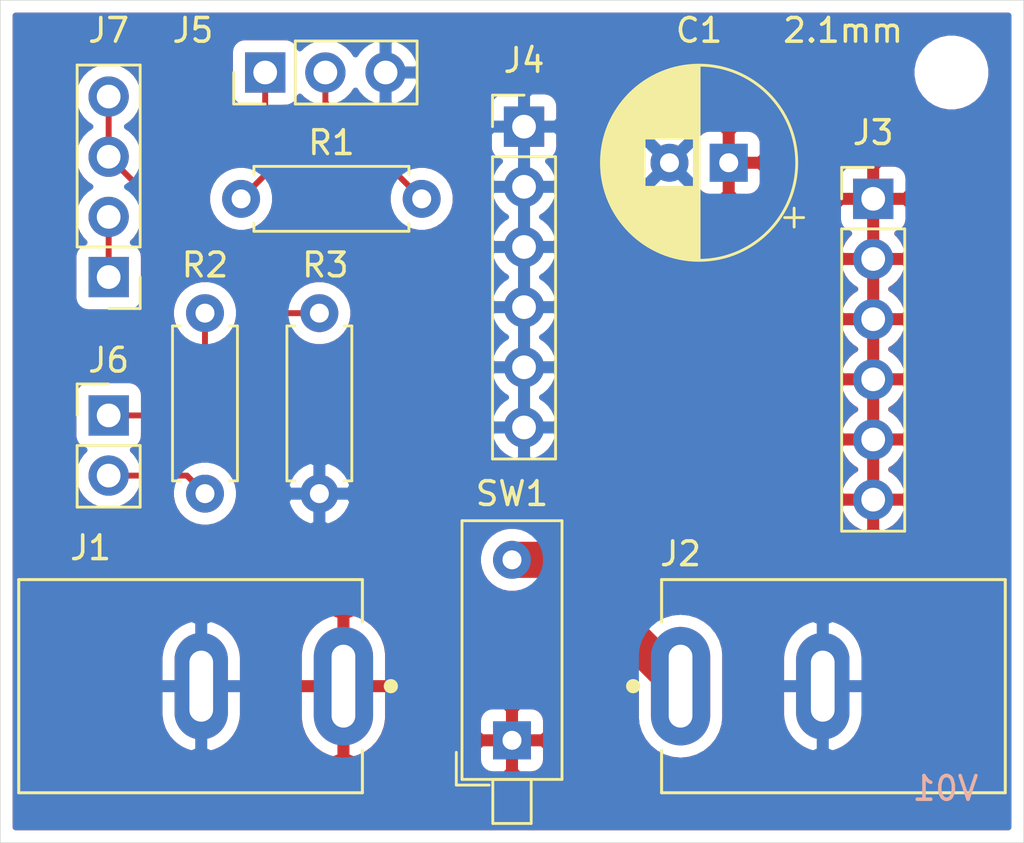
<source format=kicad_pcb>
(kicad_pcb (version 20171130) (host pcbnew "(5.1.10)-1")

  (general
    (thickness 1.6)
    (drawings 6)
    (tracks 15)
    (zones 0)
    (modules 13)
    (nets 10)
  )

  (page A4)
  (title_block
    (title LEDMatrix)
    (date 2021-06-18)
    (rev v01)
  )

  (layers
    (0 F.Cu signal hide)
    (31 B.Cu signal hide)
    (32 B.Adhes user)
    (33 F.Adhes user)
    (34 B.Paste user)
    (35 F.Paste user)
    (36 B.SilkS user)
    (37 F.SilkS user)
    (38 B.Mask user)
    (39 F.Mask user)
    (40 Dwgs.User user)
    (41 Cmts.User user)
    (42 Eco1.User user)
    (43 Eco2.User user)
    (44 Edge.Cuts user)
    (45 Margin user)
    (46 B.CrtYd user)
    (47 F.CrtYd user)
    (48 B.Fab user)
    (49 F.Fab user)
  )

  (setup
    (last_trace_width 0.25)
    (user_trace_width 1.524)
    (trace_clearance 0.2)
    (zone_clearance 0.508)
    (zone_45_only no)
    (trace_min 0.1524)
    (via_size 0.8)
    (via_drill 0.4)
    (via_min_size 0.6858)
    (via_min_drill 0.3302)
    (uvia_size 0.3)
    (uvia_drill 0.1)
    (uvias_allowed no)
    (uvia_min_size 0)
    (uvia_min_drill 0)
    (edge_width 0.05)
    (segment_width 0.2)
    (pcb_text_width 0.3)
    (pcb_text_size 1.5 1.5)
    (mod_edge_width 0.12)
    (mod_text_size 1 1)
    (mod_text_width 0.15)
    (pad_size 1.524 1.524)
    (pad_drill 0.762)
    (pad_to_mask_clearance 0.0508)
    (aux_axis_origin 0 0)
    (visible_elements 7FFFFFFF)
    (pcbplotparams
      (layerselection 0x010f0_ffffffff)
      (usegerberextensions true)
      (usegerberattributes true)
      (usegerberadvancedattributes true)
      (creategerberjobfile true)
      (excludeedgelayer true)
      (linewidth 0.100000)
      (plotframeref false)
      (viasonmask false)
      (mode 1)
      (useauxorigin false)
      (hpglpennumber 1)
      (hpglpenspeed 20)
      (hpglpendiameter 15.000000)
      (psnegative false)
      (psa4output false)
      (plotreference true)
      (plotvalue false)
      (plotinvisibletext false)
      (padsonsilk false)
      (subtractmaskfromsilk false)
      (outputformat 1)
      (mirror false)
      (drillshape 0)
      (scaleselection 1)
      (outputdirectory "gerbers/"))
  )

  (net 0 "")
  (net 1 VDD)
  (net 2 GND)
  (net 3 "Net-(J2-Pad1)")
  (net 4 "Net-(J5-Pad1)")
  (net 5 "Net-(J5-Pad2)")
  (net 6 "Net-(J6-Pad1)")
  (net 7 "Net-(J6-Pad2)")
  (net 8 "Net-(J7-Pad1)")
  (net 9 "Net-(J7-Pad3)")

  (net_class Default "This is the default net class."
    (clearance 0.2)
    (trace_width 0.25)
    (via_dia 0.8)
    (via_drill 0.4)
    (uvia_dia 0.3)
    (uvia_drill 0.1)
    (add_net GND)
    (add_net "Net-(J2-Pad1)")
    (add_net "Net-(J5-Pad1)")
    (add_net "Net-(J5-Pad2)")
    (add_net "Net-(J6-Pad1)")
    (add_net "Net-(J6-Pad2)")
    (add_net "Net-(J7-Pad1)")
    (add_net "Net-(J7-Pad3)")
    (add_net VDD)
  )

  (module MountingHole:MountingHole_2.1mm locked (layer F.Cu) (tedit 5B924765) (tstamp 60CFA3E3)
    (at 162.052 79.248)
    (descr "Mounting Hole 2.1mm, no annular")
    (tags "mounting hole 2.1mm no annular")
    (attr virtual)
    (fp_text reference "" (at -3.81 -2.032) (layer F.SilkS)
      (effects (font (size 1 1) (thickness 0.15)))
    )
    (fp_text value MountingHole_2.1mm (at -0.254 -4.826) (layer F.Fab)
      (effects (font (size 1 1) (thickness 0.15)))
    )
    (fp_circle (center 0 0) (end 2.35 0) (layer F.CrtYd) (width 0.05))
    (fp_circle (center 0 0) (end 2.1 0) (layer Cmts.User) (width 0.15))
    (fp_text user %R (at 0.3 0) (layer F.Fab)
      (effects (font (size 1 1) (thickness 0.15)))
    )
    (pad "" np_thru_hole circle (at 0 0) (size 2.1 2.1) (drill 2.1) (layers *.Cu *.Mask))
  )

  (module Capacitor_THT:CP_Radial_D8.0mm_P2.50mm (layer F.Cu) (tedit 5AE50EF0) (tstamp 60CD9568)
    (at 152.654 83.058 180)
    (descr "CP, Radial series, Radial, pin pitch=2.50mm, , diameter=8mm, Electrolytic Capacitor")
    (tags "CP Radial series Radial pin pitch 2.50mm  diameter 8mm Electrolytic Capacitor")
    (path /60C9E1A0)
    (fp_text reference C1 (at 1.25 5.588) (layer F.SilkS)
      (effects (font (size 1 1) (thickness 0.15)))
    )
    (fp_text value CP (at 1.27 3.048) (layer F.Fab)
      (effects (font (size 1 1) (thickness 0.15)))
    )
    (fp_circle (center 1.25 0) (end 5.25 0) (layer F.Fab) (width 0.1))
    (fp_circle (center 1.25 0) (end 5.37 0) (layer F.SilkS) (width 0.12))
    (fp_circle (center 1.25 0) (end 5.5 0) (layer F.CrtYd) (width 0.05))
    (fp_line (start -2.176759 -1.7475) (end -1.376759 -1.7475) (layer F.Fab) (width 0.1))
    (fp_line (start -1.776759 -2.1475) (end -1.776759 -1.3475) (layer F.Fab) (width 0.1))
    (fp_line (start 1.25 -4.08) (end 1.25 4.08) (layer F.SilkS) (width 0.12))
    (fp_line (start 1.29 -4.08) (end 1.29 4.08) (layer F.SilkS) (width 0.12))
    (fp_line (start 1.33 -4.08) (end 1.33 4.08) (layer F.SilkS) (width 0.12))
    (fp_line (start 1.37 -4.079) (end 1.37 4.079) (layer F.SilkS) (width 0.12))
    (fp_line (start 1.41 -4.077) (end 1.41 4.077) (layer F.SilkS) (width 0.12))
    (fp_line (start 1.45 -4.076) (end 1.45 4.076) (layer F.SilkS) (width 0.12))
    (fp_line (start 1.49 -4.074) (end 1.49 -1.04) (layer F.SilkS) (width 0.12))
    (fp_line (start 1.49 1.04) (end 1.49 4.074) (layer F.SilkS) (width 0.12))
    (fp_line (start 1.53 -4.071) (end 1.53 -1.04) (layer F.SilkS) (width 0.12))
    (fp_line (start 1.53 1.04) (end 1.53 4.071) (layer F.SilkS) (width 0.12))
    (fp_line (start 1.57 -4.068) (end 1.57 -1.04) (layer F.SilkS) (width 0.12))
    (fp_line (start 1.57 1.04) (end 1.57 4.068) (layer F.SilkS) (width 0.12))
    (fp_line (start 1.61 -4.065) (end 1.61 -1.04) (layer F.SilkS) (width 0.12))
    (fp_line (start 1.61 1.04) (end 1.61 4.065) (layer F.SilkS) (width 0.12))
    (fp_line (start 1.65 -4.061) (end 1.65 -1.04) (layer F.SilkS) (width 0.12))
    (fp_line (start 1.65 1.04) (end 1.65 4.061) (layer F.SilkS) (width 0.12))
    (fp_line (start 1.69 -4.057) (end 1.69 -1.04) (layer F.SilkS) (width 0.12))
    (fp_line (start 1.69 1.04) (end 1.69 4.057) (layer F.SilkS) (width 0.12))
    (fp_line (start 1.73 -4.052) (end 1.73 -1.04) (layer F.SilkS) (width 0.12))
    (fp_line (start 1.73 1.04) (end 1.73 4.052) (layer F.SilkS) (width 0.12))
    (fp_line (start 1.77 -4.048) (end 1.77 -1.04) (layer F.SilkS) (width 0.12))
    (fp_line (start 1.77 1.04) (end 1.77 4.048) (layer F.SilkS) (width 0.12))
    (fp_line (start 1.81 -4.042) (end 1.81 -1.04) (layer F.SilkS) (width 0.12))
    (fp_line (start 1.81 1.04) (end 1.81 4.042) (layer F.SilkS) (width 0.12))
    (fp_line (start 1.85 -4.037) (end 1.85 -1.04) (layer F.SilkS) (width 0.12))
    (fp_line (start 1.85 1.04) (end 1.85 4.037) (layer F.SilkS) (width 0.12))
    (fp_line (start 1.89 -4.03) (end 1.89 -1.04) (layer F.SilkS) (width 0.12))
    (fp_line (start 1.89 1.04) (end 1.89 4.03) (layer F.SilkS) (width 0.12))
    (fp_line (start 1.93 -4.024) (end 1.93 -1.04) (layer F.SilkS) (width 0.12))
    (fp_line (start 1.93 1.04) (end 1.93 4.024) (layer F.SilkS) (width 0.12))
    (fp_line (start 1.971 -4.017) (end 1.971 -1.04) (layer F.SilkS) (width 0.12))
    (fp_line (start 1.971 1.04) (end 1.971 4.017) (layer F.SilkS) (width 0.12))
    (fp_line (start 2.011 -4.01) (end 2.011 -1.04) (layer F.SilkS) (width 0.12))
    (fp_line (start 2.011 1.04) (end 2.011 4.01) (layer F.SilkS) (width 0.12))
    (fp_line (start 2.051 -4.002) (end 2.051 -1.04) (layer F.SilkS) (width 0.12))
    (fp_line (start 2.051 1.04) (end 2.051 4.002) (layer F.SilkS) (width 0.12))
    (fp_line (start 2.091 -3.994) (end 2.091 -1.04) (layer F.SilkS) (width 0.12))
    (fp_line (start 2.091 1.04) (end 2.091 3.994) (layer F.SilkS) (width 0.12))
    (fp_line (start 2.131 -3.985) (end 2.131 -1.04) (layer F.SilkS) (width 0.12))
    (fp_line (start 2.131 1.04) (end 2.131 3.985) (layer F.SilkS) (width 0.12))
    (fp_line (start 2.171 -3.976) (end 2.171 -1.04) (layer F.SilkS) (width 0.12))
    (fp_line (start 2.171 1.04) (end 2.171 3.976) (layer F.SilkS) (width 0.12))
    (fp_line (start 2.211 -3.967) (end 2.211 -1.04) (layer F.SilkS) (width 0.12))
    (fp_line (start 2.211 1.04) (end 2.211 3.967) (layer F.SilkS) (width 0.12))
    (fp_line (start 2.251 -3.957) (end 2.251 -1.04) (layer F.SilkS) (width 0.12))
    (fp_line (start 2.251 1.04) (end 2.251 3.957) (layer F.SilkS) (width 0.12))
    (fp_line (start 2.291 -3.947) (end 2.291 -1.04) (layer F.SilkS) (width 0.12))
    (fp_line (start 2.291 1.04) (end 2.291 3.947) (layer F.SilkS) (width 0.12))
    (fp_line (start 2.331 -3.936) (end 2.331 -1.04) (layer F.SilkS) (width 0.12))
    (fp_line (start 2.331 1.04) (end 2.331 3.936) (layer F.SilkS) (width 0.12))
    (fp_line (start 2.371 -3.925) (end 2.371 -1.04) (layer F.SilkS) (width 0.12))
    (fp_line (start 2.371 1.04) (end 2.371 3.925) (layer F.SilkS) (width 0.12))
    (fp_line (start 2.411 -3.914) (end 2.411 -1.04) (layer F.SilkS) (width 0.12))
    (fp_line (start 2.411 1.04) (end 2.411 3.914) (layer F.SilkS) (width 0.12))
    (fp_line (start 2.451 -3.902) (end 2.451 -1.04) (layer F.SilkS) (width 0.12))
    (fp_line (start 2.451 1.04) (end 2.451 3.902) (layer F.SilkS) (width 0.12))
    (fp_line (start 2.491 -3.889) (end 2.491 -1.04) (layer F.SilkS) (width 0.12))
    (fp_line (start 2.491 1.04) (end 2.491 3.889) (layer F.SilkS) (width 0.12))
    (fp_line (start 2.531 -3.877) (end 2.531 -1.04) (layer F.SilkS) (width 0.12))
    (fp_line (start 2.531 1.04) (end 2.531 3.877) (layer F.SilkS) (width 0.12))
    (fp_line (start 2.571 -3.863) (end 2.571 -1.04) (layer F.SilkS) (width 0.12))
    (fp_line (start 2.571 1.04) (end 2.571 3.863) (layer F.SilkS) (width 0.12))
    (fp_line (start 2.611 -3.85) (end 2.611 -1.04) (layer F.SilkS) (width 0.12))
    (fp_line (start 2.611 1.04) (end 2.611 3.85) (layer F.SilkS) (width 0.12))
    (fp_line (start 2.651 -3.835) (end 2.651 -1.04) (layer F.SilkS) (width 0.12))
    (fp_line (start 2.651 1.04) (end 2.651 3.835) (layer F.SilkS) (width 0.12))
    (fp_line (start 2.691 -3.821) (end 2.691 -1.04) (layer F.SilkS) (width 0.12))
    (fp_line (start 2.691 1.04) (end 2.691 3.821) (layer F.SilkS) (width 0.12))
    (fp_line (start 2.731 -3.805) (end 2.731 -1.04) (layer F.SilkS) (width 0.12))
    (fp_line (start 2.731 1.04) (end 2.731 3.805) (layer F.SilkS) (width 0.12))
    (fp_line (start 2.771 -3.79) (end 2.771 -1.04) (layer F.SilkS) (width 0.12))
    (fp_line (start 2.771 1.04) (end 2.771 3.79) (layer F.SilkS) (width 0.12))
    (fp_line (start 2.811 -3.774) (end 2.811 -1.04) (layer F.SilkS) (width 0.12))
    (fp_line (start 2.811 1.04) (end 2.811 3.774) (layer F.SilkS) (width 0.12))
    (fp_line (start 2.851 -3.757) (end 2.851 -1.04) (layer F.SilkS) (width 0.12))
    (fp_line (start 2.851 1.04) (end 2.851 3.757) (layer F.SilkS) (width 0.12))
    (fp_line (start 2.891 -3.74) (end 2.891 -1.04) (layer F.SilkS) (width 0.12))
    (fp_line (start 2.891 1.04) (end 2.891 3.74) (layer F.SilkS) (width 0.12))
    (fp_line (start 2.931 -3.722) (end 2.931 -1.04) (layer F.SilkS) (width 0.12))
    (fp_line (start 2.931 1.04) (end 2.931 3.722) (layer F.SilkS) (width 0.12))
    (fp_line (start 2.971 -3.704) (end 2.971 -1.04) (layer F.SilkS) (width 0.12))
    (fp_line (start 2.971 1.04) (end 2.971 3.704) (layer F.SilkS) (width 0.12))
    (fp_line (start 3.011 -3.686) (end 3.011 -1.04) (layer F.SilkS) (width 0.12))
    (fp_line (start 3.011 1.04) (end 3.011 3.686) (layer F.SilkS) (width 0.12))
    (fp_line (start 3.051 -3.666) (end 3.051 -1.04) (layer F.SilkS) (width 0.12))
    (fp_line (start 3.051 1.04) (end 3.051 3.666) (layer F.SilkS) (width 0.12))
    (fp_line (start 3.091 -3.647) (end 3.091 -1.04) (layer F.SilkS) (width 0.12))
    (fp_line (start 3.091 1.04) (end 3.091 3.647) (layer F.SilkS) (width 0.12))
    (fp_line (start 3.131 -3.627) (end 3.131 -1.04) (layer F.SilkS) (width 0.12))
    (fp_line (start 3.131 1.04) (end 3.131 3.627) (layer F.SilkS) (width 0.12))
    (fp_line (start 3.171 -3.606) (end 3.171 -1.04) (layer F.SilkS) (width 0.12))
    (fp_line (start 3.171 1.04) (end 3.171 3.606) (layer F.SilkS) (width 0.12))
    (fp_line (start 3.211 -3.584) (end 3.211 -1.04) (layer F.SilkS) (width 0.12))
    (fp_line (start 3.211 1.04) (end 3.211 3.584) (layer F.SilkS) (width 0.12))
    (fp_line (start 3.251 -3.562) (end 3.251 -1.04) (layer F.SilkS) (width 0.12))
    (fp_line (start 3.251 1.04) (end 3.251 3.562) (layer F.SilkS) (width 0.12))
    (fp_line (start 3.291 -3.54) (end 3.291 -1.04) (layer F.SilkS) (width 0.12))
    (fp_line (start 3.291 1.04) (end 3.291 3.54) (layer F.SilkS) (width 0.12))
    (fp_line (start 3.331 -3.517) (end 3.331 -1.04) (layer F.SilkS) (width 0.12))
    (fp_line (start 3.331 1.04) (end 3.331 3.517) (layer F.SilkS) (width 0.12))
    (fp_line (start 3.371 -3.493) (end 3.371 -1.04) (layer F.SilkS) (width 0.12))
    (fp_line (start 3.371 1.04) (end 3.371 3.493) (layer F.SilkS) (width 0.12))
    (fp_line (start 3.411 -3.469) (end 3.411 -1.04) (layer F.SilkS) (width 0.12))
    (fp_line (start 3.411 1.04) (end 3.411 3.469) (layer F.SilkS) (width 0.12))
    (fp_line (start 3.451 -3.444) (end 3.451 -1.04) (layer F.SilkS) (width 0.12))
    (fp_line (start 3.451 1.04) (end 3.451 3.444) (layer F.SilkS) (width 0.12))
    (fp_line (start 3.491 -3.418) (end 3.491 -1.04) (layer F.SilkS) (width 0.12))
    (fp_line (start 3.491 1.04) (end 3.491 3.418) (layer F.SilkS) (width 0.12))
    (fp_line (start 3.531 -3.392) (end 3.531 -1.04) (layer F.SilkS) (width 0.12))
    (fp_line (start 3.531 1.04) (end 3.531 3.392) (layer F.SilkS) (width 0.12))
    (fp_line (start 3.571 -3.365) (end 3.571 3.365) (layer F.SilkS) (width 0.12))
    (fp_line (start 3.611 -3.338) (end 3.611 3.338) (layer F.SilkS) (width 0.12))
    (fp_line (start 3.651 -3.309) (end 3.651 3.309) (layer F.SilkS) (width 0.12))
    (fp_line (start 3.691 -3.28) (end 3.691 3.28) (layer F.SilkS) (width 0.12))
    (fp_line (start 3.731 -3.25) (end 3.731 3.25) (layer F.SilkS) (width 0.12))
    (fp_line (start 3.771 -3.22) (end 3.771 3.22) (layer F.SilkS) (width 0.12))
    (fp_line (start 3.811 -3.189) (end 3.811 3.189) (layer F.SilkS) (width 0.12))
    (fp_line (start 3.851 -3.156) (end 3.851 3.156) (layer F.SilkS) (width 0.12))
    (fp_line (start 3.891 -3.124) (end 3.891 3.124) (layer F.SilkS) (width 0.12))
    (fp_line (start 3.931 -3.09) (end 3.931 3.09) (layer F.SilkS) (width 0.12))
    (fp_line (start 3.971 -3.055) (end 3.971 3.055) (layer F.SilkS) (width 0.12))
    (fp_line (start 4.011 -3.019) (end 4.011 3.019) (layer F.SilkS) (width 0.12))
    (fp_line (start 4.051 -2.983) (end 4.051 2.983) (layer F.SilkS) (width 0.12))
    (fp_line (start 4.091 -2.945) (end 4.091 2.945) (layer F.SilkS) (width 0.12))
    (fp_line (start 4.131 -2.907) (end 4.131 2.907) (layer F.SilkS) (width 0.12))
    (fp_line (start 4.171 -2.867) (end 4.171 2.867) (layer F.SilkS) (width 0.12))
    (fp_line (start 4.211 -2.826) (end 4.211 2.826) (layer F.SilkS) (width 0.12))
    (fp_line (start 4.251 -2.784) (end 4.251 2.784) (layer F.SilkS) (width 0.12))
    (fp_line (start 4.291 -2.741) (end 4.291 2.741) (layer F.SilkS) (width 0.12))
    (fp_line (start 4.331 -2.697) (end 4.331 2.697) (layer F.SilkS) (width 0.12))
    (fp_line (start 4.371 -2.651) (end 4.371 2.651) (layer F.SilkS) (width 0.12))
    (fp_line (start 4.411 -2.604) (end 4.411 2.604) (layer F.SilkS) (width 0.12))
    (fp_line (start 4.451 -2.556) (end 4.451 2.556) (layer F.SilkS) (width 0.12))
    (fp_line (start 4.491 -2.505) (end 4.491 2.505) (layer F.SilkS) (width 0.12))
    (fp_line (start 4.531 -2.454) (end 4.531 2.454) (layer F.SilkS) (width 0.12))
    (fp_line (start 4.571 -2.4) (end 4.571 2.4) (layer F.SilkS) (width 0.12))
    (fp_line (start 4.611 -2.345) (end 4.611 2.345) (layer F.SilkS) (width 0.12))
    (fp_line (start 4.651 -2.287) (end 4.651 2.287) (layer F.SilkS) (width 0.12))
    (fp_line (start 4.691 -2.228) (end 4.691 2.228) (layer F.SilkS) (width 0.12))
    (fp_line (start 4.731 -2.166) (end 4.731 2.166) (layer F.SilkS) (width 0.12))
    (fp_line (start 4.771 -2.102) (end 4.771 2.102) (layer F.SilkS) (width 0.12))
    (fp_line (start 4.811 -2.034) (end 4.811 2.034) (layer F.SilkS) (width 0.12))
    (fp_line (start 4.851 -1.964) (end 4.851 1.964) (layer F.SilkS) (width 0.12))
    (fp_line (start 4.891 -1.89) (end 4.891 1.89) (layer F.SilkS) (width 0.12))
    (fp_line (start 4.931 -1.813) (end 4.931 1.813) (layer F.SilkS) (width 0.12))
    (fp_line (start 4.971 -1.731) (end 4.971 1.731) (layer F.SilkS) (width 0.12))
    (fp_line (start 5.011 -1.645) (end 5.011 1.645) (layer F.SilkS) (width 0.12))
    (fp_line (start 5.051 -1.552) (end 5.051 1.552) (layer F.SilkS) (width 0.12))
    (fp_line (start 5.091 -1.453) (end 5.091 1.453) (layer F.SilkS) (width 0.12))
    (fp_line (start 5.131 -1.346) (end 5.131 1.346) (layer F.SilkS) (width 0.12))
    (fp_line (start 5.171 -1.229) (end 5.171 1.229) (layer F.SilkS) (width 0.12))
    (fp_line (start 5.211 -1.098) (end 5.211 1.098) (layer F.SilkS) (width 0.12))
    (fp_line (start 5.251 -0.948) (end 5.251 0.948) (layer F.SilkS) (width 0.12))
    (fp_line (start 5.291 -0.768) (end 5.291 0.768) (layer F.SilkS) (width 0.12))
    (fp_line (start 5.331 -0.533) (end 5.331 0.533) (layer F.SilkS) (width 0.12))
    (fp_line (start -3.159698 -2.315) (end -2.359698 -2.315) (layer F.SilkS) (width 0.12))
    (fp_line (start -2.759698 -2.715) (end -2.759698 -1.915) (layer F.SilkS) (width 0.12))
    (fp_text user %R (at 1.25 0) (layer F.Fab)
      (effects (font (size 1 1) (thickness 0.15)))
    )
    (pad 1 thru_hole rect (at 0 0 180) (size 1.6 1.6) (drill 0.8) (layers *.Cu *.Mask)
      (net 1 VDD))
    (pad 2 thru_hole circle (at 2.5 0 180) (size 1.6 1.6) (drill 0.8) (layers *.Cu *.Mask)
      (net 2 GND))
    (model ${KISYS3DMOD}/Capacitor_THT.3dshapes/CP_Radial_D8.0mm_P2.50mm.wrl
      (at (xyz 0 0 0))
      (scale (xyz 1 1 1))
      (rotate (xyz 0 0 0))
    )
  )

  (module PJ-037AH:CUI_PJ-037AH (layer F.Cu) (tedit 60C930A3) (tstamp 60CD9B97)
    (at 136.398 105.156 180)
    (path /60CAD928)
    (fp_text reference J1 (at 10.668 5.842) (layer F.SilkS)
      (effects (font (size 1 1) (thickness 0.15)))
    )
    (fp_text value PJ-037AH (at 8.636 -3.302) (layer F.Fab)
      (effects (font (size 1 1) (thickness 0.015)))
    )
    (fp_circle (center -2 0) (end -1.85 0) (layer F.Fab) (width 0.3))
    (fp_line (start 13.7 -4.5) (end 13.7 4.5) (layer F.Fab) (width 0.127))
    (fp_line (start -1.5 -4.75) (end -1.5 4.75) (layer F.CrtYd) (width 0.05))
    (fp_circle (center -2 0) (end -1.85 0) (layer F.SilkS) (width 0.3))
    (fp_line (start 13.95 4.75) (end -1.5 4.75) (layer F.CrtYd) (width 0.05))
    (fp_line (start 13.95 -4.75) (end 13.95 4.75) (layer F.CrtYd) (width 0.05))
    (fp_line (start -1.5 -4.75) (end 13.95 -4.75) (layer F.CrtYd) (width 0.05))
    (fp_line (start -0.8 -2.7) (end -0.8 -4.5) (layer F.SilkS) (width 0.127))
    (fp_line (start -0.8 -4.5) (end 13.7 -4.5) (layer F.SilkS) (width 0.127))
    (fp_line (start -0.8 4.5) (end -0.8 2.7) (layer F.SilkS) (width 0.127))
    (fp_line (start 13.7 4.5) (end -0.8 4.5) (layer F.SilkS) (width 0.127))
    (fp_line (start 13.7 -4.5) (end 13.7 4.5) (layer F.SilkS) (width 0.127))
    (fp_line (start -0.8 4.5) (end -0.8 -4.5) (layer F.Fab) (width 0.127))
    (fp_line (start 13.7 4.5) (end -0.8 4.5) (layer F.Fab) (width 0.127))
    (fp_line (start -0.8 -4.5) (end 13.7 -4.5) (layer F.Fab) (width 0.127))
    (pad 2 thru_hole oval (at 6 0 180) (size 2.25 4.5) (drill oval 1 3) (layers *.Cu *.Mask)
      (net 2 GND))
    (pad 1 thru_hole oval (at 0 0 180) (size 2.5 5) (drill oval 1 3.5) (layers *.Cu *.Mask)
      (net 1 VDD))
  )

  (module PJ-037AH:CUI_PJ-037AH (layer F.Cu) (tedit 60C930A3) (tstamp 60CD9592)
    (at 150.622 105.156)
    (path /60CAEA8C)
    (fp_text reference J2 (at 0 -5.588) (layer F.SilkS)
      (effects (font (size 1 1) (thickness 0.15)))
    )
    (fp_text value PJ-037AH (at 7.366 3.81) (layer F.Fab)
      (effects (font (size 1 1) (thickness 0.015)))
    )
    (fp_circle (center -2 0) (end -1.85 0) (layer F.Fab) (width 0.3))
    (fp_line (start 13.7 -4.5) (end 13.7 4.5) (layer F.Fab) (width 0.127))
    (fp_line (start -1.5 -4.75) (end -1.5 4.75) (layer F.CrtYd) (width 0.05))
    (fp_circle (center -2 0) (end -1.85 0) (layer F.SilkS) (width 0.3))
    (fp_line (start 13.95 4.75) (end -1.5 4.75) (layer F.CrtYd) (width 0.05))
    (fp_line (start 13.95 -4.75) (end 13.95 4.75) (layer F.CrtYd) (width 0.05))
    (fp_line (start -1.5 -4.75) (end 13.95 -4.75) (layer F.CrtYd) (width 0.05))
    (fp_line (start -0.8 -2.7) (end -0.8 -4.5) (layer F.SilkS) (width 0.127))
    (fp_line (start -0.8 -4.5) (end 13.7 -4.5) (layer F.SilkS) (width 0.127))
    (fp_line (start -0.8 4.5) (end -0.8 2.7) (layer F.SilkS) (width 0.127))
    (fp_line (start 13.7 4.5) (end -0.8 4.5) (layer F.SilkS) (width 0.127))
    (fp_line (start 13.7 -4.5) (end 13.7 4.5) (layer F.SilkS) (width 0.127))
    (fp_line (start -0.8 4.5) (end -0.8 -4.5) (layer F.Fab) (width 0.127))
    (fp_line (start 13.7 4.5) (end -0.8 4.5) (layer F.Fab) (width 0.127))
    (fp_line (start -0.8 -4.5) (end 13.7 -4.5) (layer F.Fab) (width 0.127))
    (pad 2 thru_hole oval (at 6 0) (size 2.25 4.5) (drill oval 1 3) (layers *.Cu *.Mask)
      (net 2 GND))
    (pad 1 thru_hole oval (at 0 0) (size 2.5 5) (drill oval 1 3.5) (layers *.Cu *.Mask)
      (net 3 "Net-(J2-Pad1)"))
  )

  (module Connector_PinHeader_2.54mm:PinHeader_1x06_P2.54mm_Vertical (layer F.Cu) (tedit 59FED5CC) (tstamp 60CD95AC)
    (at 158.75 84.582)
    (descr "Through hole straight pin header, 1x06, 2.54mm pitch, single row")
    (tags "Through hole pin header THT 1x06 2.54mm single row")
    (path /60C7E831)
    (fp_text reference J3 (at 0 -2.794) (layer F.SilkS)
      (effects (font (size 1 1) (thickness 0.15)))
    )
    (fp_text value Conn_01x06 (at 0 17.018) (layer F.Fab)
      (effects (font (size 1 1) (thickness 0.15)))
    )
    (fp_line (start -0.635 -1.27) (end 1.27 -1.27) (layer F.Fab) (width 0.1))
    (fp_line (start 1.27 -1.27) (end 1.27 13.97) (layer F.Fab) (width 0.1))
    (fp_line (start 1.27 13.97) (end -1.27 13.97) (layer F.Fab) (width 0.1))
    (fp_line (start -1.27 13.97) (end -1.27 -0.635) (layer F.Fab) (width 0.1))
    (fp_line (start -1.27 -0.635) (end -0.635 -1.27) (layer F.Fab) (width 0.1))
    (fp_line (start -1.33 14.03) (end 1.33 14.03) (layer F.SilkS) (width 0.12))
    (fp_line (start -1.33 1.27) (end -1.33 14.03) (layer F.SilkS) (width 0.12))
    (fp_line (start 1.33 1.27) (end 1.33 14.03) (layer F.SilkS) (width 0.12))
    (fp_line (start -1.33 1.27) (end 1.33 1.27) (layer F.SilkS) (width 0.12))
    (fp_line (start -1.33 0) (end -1.33 -1.33) (layer F.SilkS) (width 0.12))
    (fp_line (start -1.33 -1.33) (end 0 -1.33) (layer F.SilkS) (width 0.12))
    (fp_line (start -1.8 -1.8) (end -1.8 14.5) (layer F.CrtYd) (width 0.05))
    (fp_line (start -1.8 14.5) (end 1.8 14.5) (layer F.CrtYd) (width 0.05))
    (fp_line (start 1.8 14.5) (end 1.8 -1.8) (layer F.CrtYd) (width 0.05))
    (fp_line (start 1.8 -1.8) (end -1.8 -1.8) (layer F.CrtYd) (width 0.05))
    (fp_text user %R (at 0 6.35 90) (layer F.Fab)
      (effects (font (size 1 1) (thickness 0.15)))
    )
    (pad 1 thru_hole rect (at 0 0) (size 1.7 1.7) (drill 1) (layers *.Cu *.Mask)
      (net 1 VDD))
    (pad 2 thru_hole oval (at 0 2.54) (size 1.7 1.7) (drill 1) (layers *.Cu *.Mask)
      (net 1 VDD))
    (pad 3 thru_hole oval (at 0 5.08) (size 1.7 1.7) (drill 1) (layers *.Cu *.Mask)
      (net 1 VDD))
    (pad 4 thru_hole oval (at 0 7.62) (size 1.7 1.7) (drill 1) (layers *.Cu *.Mask)
      (net 1 VDD))
    (pad 5 thru_hole oval (at 0 10.16) (size 1.7 1.7) (drill 1) (layers *.Cu *.Mask)
      (net 1 VDD))
    (pad 6 thru_hole oval (at 0 12.7) (size 1.7 1.7) (drill 1) (layers *.Cu *.Mask)
      (net 1 VDD))
    (model ${KISYS3DMOD}/Connector_PinHeader_2.54mm.3dshapes/PinHeader_1x06_P2.54mm_Vertical.wrl
      (at (xyz 0 0 0))
      (scale (xyz 1 1 1))
      (rotate (xyz 0 0 0))
    )
  )

  (module Connector_PinHeader_2.54mm:PinHeader_1x06_P2.54mm_Vertical (layer F.Cu) (tedit 59FED5CC) (tstamp 60CD95C6)
    (at 144.018 81.534)
    (descr "Through hole straight pin header, 1x06, 2.54mm pitch, single row")
    (tags "Through hole pin header THT 1x06 2.54mm single row")
    (path /60C7FE7C)
    (fp_text reference J4 (at 0 -2.794) (layer F.SilkS)
      (effects (font (size 1 1) (thickness 0.15)))
    )
    (fp_text value Conn_01x06 (at 0.508 8.128 90) (layer F.Fab)
      (effects (font (size 1 1) (thickness 0.15)))
    )
    (fp_line (start 1.8 -1.8) (end -1.8 -1.8) (layer F.CrtYd) (width 0.05))
    (fp_line (start 1.8 14.5) (end 1.8 -1.8) (layer F.CrtYd) (width 0.05))
    (fp_line (start -1.8 14.5) (end 1.8 14.5) (layer F.CrtYd) (width 0.05))
    (fp_line (start -1.8 -1.8) (end -1.8 14.5) (layer F.CrtYd) (width 0.05))
    (fp_line (start -1.33 -1.33) (end 0 -1.33) (layer F.SilkS) (width 0.12))
    (fp_line (start -1.33 0) (end -1.33 -1.33) (layer F.SilkS) (width 0.12))
    (fp_line (start -1.33 1.27) (end 1.33 1.27) (layer F.SilkS) (width 0.12))
    (fp_line (start 1.33 1.27) (end 1.33 14.03) (layer F.SilkS) (width 0.12))
    (fp_line (start -1.33 1.27) (end -1.33 14.03) (layer F.SilkS) (width 0.12))
    (fp_line (start -1.33 14.03) (end 1.33 14.03) (layer F.SilkS) (width 0.12))
    (fp_line (start -1.27 -0.635) (end -0.635 -1.27) (layer F.Fab) (width 0.1))
    (fp_line (start -1.27 13.97) (end -1.27 -0.635) (layer F.Fab) (width 0.1))
    (fp_line (start 1.27 13.97) (end -1.27 13.97) (layer F.Fab) (width 0.1))
    (fp_line (start 1.27 -1.27) (end 1.27 13.97) (layer F.Fab) (width 0.1))
    (fp_line (start -0.635 -1.27) (end 1.27 -1.27) (layer F.Fab) (width 0.1))
    (fp_text user %R (at 0 6.35 90) (layer F.Fab)
      (effects (font (size 1 1) (thickness 0.15)))
    )
    (pad 6 thru_hole oval (at 0 12.7) (size 1.7 1.7) (drill 1) (layers *.Cu *.Mask)
      (net 2 GND))
    (pad 5 thru_hole oval (at 0 10.16) (size 1.7 1.7) (drill 1) (layers *.Cu *.Mask)
      (net 2 GND))
    (pad 4 thru_hole oval (at 0 7.62) (size 1.7 1.7) (drill 1) (layers *.Cu *.Mask)
      (net 2 GND))
    (pad 3 thru_hole oval (at 0 5.08) (size 1.7 1.7) (drill 1) (layers *.Cu *.Mask)
      (net 2 GND))
    (pad 2 thru_hole oval (at 0 2.54) (size 1.7 1.7) (drill 1) (layers *.Cu *.Mask)
      (net 2 GND))
    (pad 1 thru_hole rect (at 0 0) (size 1.7 1.7) (drill 1) (layers *.Cu *.Mask)
      (net 2 GND))
    (model ${KISYS3DMOD}/Connector_PinHeader_2.54mm.3dshapes/PinHeader_1x06_P2.54mm_Vertical.wrl
      (at (xyz 0 0 0))
      (scale (xyz 1 1 1))
      (rotate (xyz 0 0 0))
    )
  )

  (module Connector_PinHeader_2.54mm:PinHeader_1x03_P2.54mm_Vertical (layer F.Cu) (tedit 59FED5CC) (tstamp 60CD95DD)
    (at 133.096 79.248 90)
    (descr "Through hole straight pin header, 1x03, 2.54mm pitch, single row")
    (tags "Through hole pin header THT 1x03 2.54mm single row")
    (path /60C8F774)
    (fp_text reference J5 (at 1.778 -3.048 180) (layer F.SilkS)
      (effects (font (size 1 1) (thickness 0.15)))
    )
    (fp_text value Conn_01x03 (at 0.254 2.54 180) (layer F.Fab)
      (effects (font (size 1 1) (thickness 0.15)))
    )
    (fp_line (start -0.635 -1.27) (end 1.27 -1.27) (layer F.Fab) (width 0.1))
    (fp_line (start 1.27 -1.27) (end 1.27 6.35) (layer F.Fab) (width 0.1))
    (fp_line (start 1.27 6.35) (end -1.27 6.35) (layer F.Fab) (width 0.1))
    (fp_line (start -1.27 6.35) (end -1.27 -0.635) (layer F.Fab) (width 0.1))
    (fp_line (start -1.27 -0.635) (end -0.635 -1.27) (layer F.Fab) (width 0.1))
    (fp_line (start -1.33 6.41) (end 1.33 6.41) (layer F.SilkS) (width 0.12))
    (fp_line (start -1.33 1.27) (end -1.33 6.41) (layer F.SilkS) (width 0.12))
    (fp_line (start 1.33 1.27) (end 1.33 6.41) (layer F.SilkS) (width 0.12))
    (fp_line (start -1.33 1.27) (end 1.33 1.27) (layer F.SilkS) (width 0.12))
    (fp_line (start -1.33 0) (end -1.33 -1.33) (layer F.SilkS) (width 0.12))
    (fp_line (start -1.33 -1.33) (end 0 -1.33) (layer F.SilkS) (width 0.12))
    (fp_line (start -1.8 -1.8) (end -1.8 6.85) (layer F.CrtYd) (width 0.05))
    (fp_line (start -1.8 6.85) (end 1.8 6.85) (layer F.CrtYd) (width 0.05))
    (fp_line (start 1.8 6.85) (end 1.8 -1.8) (layer F.CrtYd) (width 0.05))
    (fp_line (start 1.8 -1.8) (end -1.8 -1.8) (layer F.CrtYd) (width 0.05))
    (fp_text user %R (at 0 2.54) (layer F.Fab)
      (effects (font (size 1 1) (thickness 0.15)))
    )
    (pad 1 thru_hole rect (at 0 0 90) (size 1.7 1.7) (drill 1) (layers *.Cu *.Mask)
      (net 4 "Net-(J5-Pad1)"))
    (pad 2 thru_hole oval (at 0 2.54 90) (size 1.7 1.7) (drill 1) (layers *.Cu *.Mask)
      (net 5 "Net-(J5-Pad2)"))
    (pad 3 thru_hole oval (at 0 5.08 90) (size 1.7 1.7) (drill 1) (layers *.Cu *.Mask)
      (net 2 GND))
    (model ${KISYS3DMOD}/Connector_PinHeader_2.54mm.3dshapes/PinHeader_1x03_P2.54mm_Vertical.wrl
      (at (xyz 0 0 0))
      (scale (xyz 1 1 1))
      (rotate (xyz 0 0 0))
    )
  )

  (module Connector_PinHeader_2.54mm:PinHeader_1x02_P2.54mm_Vertical (layer F.Cu) (tedit 59FED5CC) (tstamp 60D048C9)
    (at 126.492 93.726)
    (descr "Through hole straight pin header, 1x02, 2.54mm pitch, single row")
    (tags "Through hole pin header THT 1x02 2.54mm single row")
    (path /60C8D8A4)
    (fp_text reference J6 (at 0 -2.33) (layer F.SilkS)
      (effects (font (size 1 1) (thickness 0.15)))
    )
    (fp_text value Conn_01x02 (at 1.016 8.128) (layer F.Fab)
      (effects (font (size 1 1) (thickness 0.15)))
    )
    (fp_line (start -0.635 -1.27) (end 1.27 -1.27) (layer F.Fab) (width 0.1))
    (fp_line (start 1.27 -1.27) (end 1.27 3.81) (layer F.Fab) (width 0.1))
    (fp_line (start 1.27 3.81) (end -1.27 3.81) (layer F.Fab) (width 0.1))
    (fp_line (start -1.27 3.81) (end -1.27 -0.635) (layer F.Fab) (width 0.1))
    (fp_line (start -1.27 -0.635) (end -0.635 -1.27) (layer F.Fab) (width 0.1))
    (fp_line (start -1.33 3.87) (end 1.33 3.87) (layer F.SilkS) (width 0.12))
    (fp_line (start -1.33 1.27) (end -1.33 3.87) (layer F.SilkS) (width 0.12))
    (fp_line (start 1.33 1.27) (end 1.33 3.87) (layer F.SilkS) (width 0.12))
    (fp_line (start -1.33 1.27) (end 1.33 1.27) (layer F.SilkS) (width 0.12))
    (fp_line (start -1.33 0) (end -1.33 -1.33) (layer F.SilkS) (width 0.12))
    (fp_line (start -1.33 -1.33) (end 0 -1.33) (layer F.SilkS) (width 0.12))
    (fp_line (start -1.8 -1.8) (end -1.8 4.35) (layer F.CrtYd) (width 0.05))
    (fp_line (start -1.8 4.35) (end 1.8 4.35) (layer F.CrtYd) (width 0.05))
    (fp_line (start 1.8 4.35) (end 1.8 -1.8) (layer F.CrtYd) (width 0.05))
    (fp_line (start 1.8 -1.8) (end -1.8 -1.8) (layer F.CrtYd) (width 0.05))
    (fp_text user %R (at 0 1.27 90) (layer F.Fab)
      (effects (font (size 1 1) (thickness 0.15)))
    )
    (pad 1 thru_hole rect (at 0 0) (size 1.7 1.7) (drill 1) (layers *.Cu *.Mask)
      (net 6 "Net-(J6-Pad1)"))
    (pad 2 thru_hole oval (at 0 2.54) (size 1.7 1.7) (drill 1) (layers *.Cu *.Mask)
      (net 7 "Net-(J6-Pad2)"))
    (model ${KISYS3DMOD}/Connector_PinHeader_2.54mm.3dshapes/PinHeader_1x02_P2.54mm_Vertical.wrl
      (at (xyz 0 0 0))
      (scale (xyz 1 1 1))
      (rotate (xyz 0 0 0))
    )
  )

  (module Connector_PinHeader_2.54mm:PinHeader_1x04_P2.54mm_Vertical (layer F.Cu) (tedit 59FED5CC) (tstamp 60CD960B)
    (at 126.492 87.884 180)
    (descr "Through hole straight pin header, 1x04, 2.54mm pitch, single row")
    (tags "Through hole pin header THT 1x04 2.54mm single row")
    (path /60C8E9D8)
    (fp_text reference J7 (at 0 10.414) (layer F.SilkS)
      (effects (font (size 1 1) (thickness 0.15)))
    )
    (fp_text value Conn_01x04 (at 0 4.318 90) (layer F.Fab)
      (effects (font (size 1 1) (thickness 0.15)))
    )
    (fp_line (start -0.635 -1.27) (end 1.27 -1.27) (layer F.Fab) (width 0.1))
    (fp_line (start 1.27 -1.27) (end 1.27 8.89) (layer F.Fab) (width 0.1))
    (fp_line (start 1.27 8.89) (end -1.27 8.89) (layer F.Fab) (width 0.1))
    (fp_line (start -1.27 8.89) (end -1.27 -0.635) (layer F.Fab) (width 0.1))
    (fp_line (start -1.27 -0.635) (end -0.635 -1.27) (layer F.Fab) (width 0.1))
    (fp_line (start -1.33 8.95) (end 1.33 8.95) (layer F.SilkS) (width 0.12))
    (fp_line (start -1.33 1.27) (end -1.33 8.95) (layer F.SilkS) (width 0.12))
    (fp_line (start 1.33 1.27) (end 1.33 8.95) (layer F.SilkS) (width 0.12))
    (fp_line (start -1.33 1.27) (end 1.33 1.27) (layer F.SilkS) (width 0.12))
    (fp_line (start -1.33 0) (end -1.33 -1.33) (layer F.SilkS) (width 0.12))
    (fp_line (start -1.33 -1.33) (end 0 -1.33) (layer F.SilkS) (width 0.12))
    (fp_line (start -1.8 -1.8) (end -1.8 9.4) (layer F.CrtYd) (width 0.05))
    (fp_line (start -1.8 9.4) (end 1.8 9.4) (layer F.CrtYd) (width 0.05))
    (fp_line (start 1.8 9.4) (end 1.8 -1.8) (layer F.CrtYd) (width 0.05))
    (fp_line (start 1.8 -1.8) (end -1.8 -1.8) (layer F.CrtYd) (width 0.05))
    (fp_text user %R (at 0 3.81 90) (layer F.Fab)
      (effects (font (size 1 1) (thickness 0.15)))
    )
    (pad 1 thru_hole rect (at 0 0 180) (size 1.7 1.7) (drill 1) (layers *.Cu *.Mask)
      (net 8 "Net-(J7-Pad1)"))
    (pad 2 thru_hole oval (at 0 2.54 180) (size 1.7 1.7) (drill 1) (layers *.Cu *.Mask)
      (net 8 "Net-(J7-Pad1)"))
    (pad 3 thru_hole oval (at 0 5.08 180) (size 1.7 1.7) (drill 1) (layers *.Cu *.Mask)
      (net 9 "Net-(J7-Pad3)"))
    (pad 4 thru_hole oval (at 0 7.62 180) (size 1.7 1.7) (drill 1) (layers *.Cu *.Mask)
      (net 9 "Net-(J7-Pad3)"))
    (model ${KISYS3DMOD}/Connector_PinHeader_2.54mm.3dshapes/PinHeader_1x04_P2.54mm_Vertical.wrl
      (at (xyz 0 0 0))
      (scale (xyz 1 1 1))
      (rotate (xyz 0 0 0))
    )
  )

  (module Resistor_THT:R_Axial_DIN0207_L6.3mm_D2.5mm_P7.62mm_Horizontal (layer F.Cu) (tedit 5AE5139B) (tstamp 60CDA52A)
    (at 132.08 84.582)
    (descr "Resistor, Axial_DIN0207 series, Axial, Horizontal, pin pitch=7.62mm, 0.25W = 1/4W, length*diameter=6.3*2.5mm^2, http://cdn-reichelt.de/documents/datenblatt/B400/1_4W%23YAG.pdf")
    (tags "Resistor Axial_DIN0207 series Axial Horizontal pin pitch 7.62mm 0.25W = 1/4W length 6.3mm diameter 2.5mm")
    (path /60C4A791)
    (fp_text reference R1 (at 3.81 -2.37) (layer F.SilkS)
      (effects (font (size 1 1) (thickness 0.15)))
    )
    (fp_text value 160 (at 4.826 0) (layer F.Fab)
      (effects (font (size 1 1) (thickness 0.15)))
    )
    (fp_line (start 8.67 -1.5) (end -1.05 -1.5) (layer F.CrtYd) (width 0.05))
    (fp_line (start 8.67 1.5) (end 8.67 -1.5) (layer F.CrtYd) (width 0.05))
    (fp_line (start -1.05 1.5) (end 8.67 1.5) (layer F.CrtYd) (width 0.05))
    (fp_line (start -1.05 -1.5) (end -1.05 1.5) (layer F.CrtYd) (width 0.05))
    (fp_line (start 7.08 1.37) (end 7.08 1.04) (layer F.SilkS) (width 0.12))
    (fp_line (start 0.54 1.37) (end 7.08 1.37) (layer F.SilkS) (width 0.12))
    (fp_line (start 0.54 1.04) (end 0.54 1.37) (layer F.SilkS) (width 0.12))
    (fp_line (start 7.08 -1.37) (end 7.08 -1.04) (layer F.SilkS) (width 0.12))
    (fp_line (start 0.54 -1.37) (end 7.08 -1.37) (layer F.SilkS) (width 0.12))
    (fp_line (start 0.54 -1.04) (end 0.54 -1.37) (layer F.SilkS) (width 0.12))
    (fp_line (start 7.62 0) (end 6.96 0) (layer F.Fab) (width 0.1))
    (fp_line (start 0 0) (end 0.66 0) (layer F.Fab) (width 0.1))
    (fp_line (start 6.96 -1.25) (end 0.66 -1.25) (layer F.Fab) (width 0.1))
    (fp_line (start 6.96 1.25) (end 6.96 -1.25) (layer F.Fab) (width 0.1))
    (fp_line (start 0.66 1.25) (end 6.96 1.25) (layer F.Fab) (width 0.1))
    (fp_line (start 0.66 -1.25) (end 0.66 1.25) (layer F.Fab) (width 0.1))
    (fp_text user %R (at 2.032 0) (layer F.Fab)
      (effects (font (size 1 1) (thickness 0.15)))
    )
    (pad 2 thru_hole oval (at 7.62 0) (size 1.6 1.6) (drill 0.8) (layers *.Cu *.Mask)
      (net 5 "Net-(J5-Pad2)"))
    (pad 1 thru_hole circle (at 0 0) (size 1.6 1.6) (drill 0.8) (layers *.Cu *.Mask)
      (net 4 "Net-(J5-Pad1)"))
    (model ${KISYS3DMOD}/Resistor_THT.3dshapes/R_Axial_DIN0207_L6.3mm_D2.5mm_P7.62mm_Horizontal.wrl
      (at (xyz 0 0 0))
      (scale (xyz 1 1 1))
      (rotate (xyz 0 0 0))
    )
  )

  (module Resistor_THT:R_Axial_DIN0207_L6.3mm_D2.5mm_P7.62mm_Horizontal (layer F.Cu) (tedit 5AE5139B) (tstamp 60CD9639)
    (at 130.556 89.408 270)
    (descr "Resistor, Axial_DIN0207 series, Axial, Horizontal, pin pitch=7.62mm, 0.25W = 1/4W, length*diameter=6.3*2.5mm^2, http://cdn-reichelt.de/documents/datenblatt/B400/1_4W%23YAG.pdf")
    (tags "Resistor Axial_DIN0207 series Axial Horizontal pin pitch 7.62mm 0.25W = 1/4W length 6.3mm diameter 2.5mm")
    (path /60B6188D)
    (fp_text reference R2 (at -2.032 0 180) (layer F.SilkS)
      (effects (font (size 1 1) (thickness 0.15)))
    )
    (fp_text value 330 (at 2.54 0 90) (layer F.Fab)
      (effects (font (size 1 1) (thickness 0.15)))
    )
    (fp_line (start 0.66 -1.25) (end 0.66 1.25) (layer F.Fab) (width 0.1))
    (fp_line (start 0.66 1.25) (end 6.96 1.25) (layer F.Fab) (width 0.1))
    (fp_line (start 6.96 1.25) (end 6.96 -1.25) (layer F.Fab) (width 0.1))
    (fp_line (start 6.96 -1.25) (end 0.66 -1.25) (layer F.Fab) (width 0.1))
    (fp_line (start 0 0) (end 0.66 0) (layer F.Fab) (width 0.1))
    (fp_line (start 7.62 0) (end 6.96 0) (layer F.Fab) (width 0.1))
    (fp_line (start 0.54 -1.04) (end 0.54 -1.37) (layer F.SilkS) (width 0.12))
    (fp_line (start 0.54 -1.37) (end 7.08 -1.37) (layer F.SilkS) (width 0.12))
    (fp_line (start 7.08 -1.37) (end 7.08 -1.04) (layer F.SilkS) (width 0.12))
    (fp_line (start 0.54 1.04) (end 0.54 1.37) (layer F.SilkS) (width 0.12))
    (fp_line (start 0.54 1.37) (end 7.08 1.37) (layer F.SilkS) (width 0.12))
    (fp_line (start 7.08 1.37) (end 7.08 1.04) (layer F.SilkS) (width 0.12))
    (fp_line (start -1.05 -1.5) (end -1.05 1.5) (layer F.CrtYd) (width 0.05))
    (fp_line (start -1.05 1.5) (end 8.67 1.5) (layer F.CrtYd) (width 0.05))
    (fp_line (start 8.67 1.5) (end 8.67 -1.5) (layer F.CrtYd) (width 0.05))
    (fp_line (start 8.67 -1.5) (end -1.05 -1.5) (layer F.CrtYd) (width 0.05))
    (fp_text user %R (at 5.08 0 90) (layer F.Fab)
      (effects (font (size 1 1) (thickness 0.15)))
    )
    (pad 1 thru_hole circle (at 0 0 270) (size 1.6 1.6) (drill 0.8) (layers *.Cu *.Mask)
      (net 6 "Net-(J6-Pad1)"))
    (pad 2 thru_hole oval (at 7.62 0 270) (size 1.6 1.6) (drill 0.8) (layers *.Cu *.Mask)
      (net 7 "Net-(J6-Pad2)"))
    (model ${KISYS3DMOD}/Resistor_THT.3dshapes/R_Axial_DIN0207_L6.3mm_D2.5mm_P7.62mm_Horizontal.wrl
      (at (xyz 0 0 0))
      (scale (xyz 1 1 1))
      (rotate (xyz 0 0 0))
    )
  )

  (module Resistor_THT:R_Axial_DIN0207_L6.3mm_D2.5mm_P7.62mm_Horizontal (layer F.Cu) (tedit 5AE5139B) (tstamp 60CF0B47)
    (at 135.382 89.408 270)
    (descr "Resistor, Axial_DIN0207 series, Axial, Horizontal, pin pitch=7.62mm, 0.25W = 1/4W, length*diameter=6.3*2.5mm^2, http://cdn-reichelt.de/documents/datenblatt/B400/1_4W%23YAG.pdf")
    (tags "Resistor Axial_DIN0207 series Axial Horizontal pin pitch 7.62mm 0.25W = 1/4W length 6.3mm diameter 2.5mm")
    (path /60C5663F)
    (fp_text reference R3 (at -2.032 -0.254 180) (layer F.SilkS)
      (effects (font (size 1 1) (thickness 0.15)))
    )
    (fp_text value 1k (at 2.54 0 90) (layer F.Fab)
      (effects (font (size 1 1) (thickness 0.15)))
    )
    (fp_line (start 0.66 -1.25) (end 0.66 1.25) (layer F.Fab) (width 0.1))
    (fp_line (start 0.66 1.25) (end 6.96 1.25) (layer F.Fab) (width 0.1))
    (fp_line (start 6.96 1.25) (end 6.96 -1.25) (layer F.Fab) (width 0.1))
    (fp_line (start 6.96 -1.25) (end 0.66 -1.25) (layer F.Fab) (width 0.1))
    (fp_line (start 0 0) (end 0.66 0) (layer F.Fab) (width 0.1))
    (fp_line (start 7.62 0) (end 6.96 0) (layer F.Fab) (width 0.1))
    (fp_line (start 0.54 -1.04) (end 0.54 -1.37) (layer F.SilkS) (width 0.12))
    (fp_line (start 0.54 -1.37) (end 7.08 -1.37) (layer F.SilkS) (width 0.12))
    (fp_line (start 7.08 -1.37) (end 7.08 -1.04) (layer F.SilkS) (width 0.12))
    (fp_line (start 0.54 1.04) (end 0.54 1.37) (layer F.SilkS) (width 0.12))
    (fp_line (start 0.54 1.37) (end 7.08 1.37) (layer F.SilkS) (width 0.12))
    (fp_line (start 7.08 1.37) (end 7.08 1.04) (layer F.SilkS) (width 0.12))
    (fp_line (start -1.05 -1.5) (end -1.05 1.5) (layer F.CrtYd) (width 0.05))
    (fp_line (start -1.05 1.5) (end 8.67 1.5) (layer F.CrtYd) (width 0.05))
    (fp_line (start 8.67 1.5) (end 8.67 -1.5) (layer F.CrtYd) (width 0.05))
    (fp_line (start 8.67 -1.5) (end -1.05 -1.5) (layer F.CrtYd) (width 0.05))
    (fp_text user %R (at 5.334 0 90) (layer F.Fab)
      (effects (font (size 1 1) (thickness 0.15)))
    )
    (pad 1 thru_hole circle (at 0 0 270) (size 1.6 1.6) (drill 0.8) (layers *.Cu *.Mask)
      (net 9 "Net-(J7-Pad3)"))
    (pad 2 thru_hole oval (at 7.62 0 270) (size 1.6 1.6) (drill 0.8) (layers *.Cu *.Mask)
      (net 2 GND))
    (model ${KISYS3DMOD}/Resistor_THT.3dshapes/R_Axial_DIN0207_L6.3mm_D2.5mm_P7.62mm_Horizontal.wrl
      (at (xyz 0 0 0))
      (scale (xyz 1 1 1))
      (rotate (xyz 0 0 0))
    )
  )

  (module Button_Switch_THT:SW_DIP_SPSTx01_Piano_10.8x4.1mm_W7.62mm_P2.54mm (layer F.Cu) (tedit 5A4E1404) (tstamp 60CD966E)
    (at 143.51 107.442 90)
    (descr "1x-dip-switch SPST , Piano, row spacing 7.62 mm (300 mils), body size 10.8x4.1mm")
    (tags "DIP Switch SPST Piano 7.62mm 300mil")
    (path /60CEA673)
    (fp_text reference SW1 (at 10.414 0 180) (layer F.SilkS)
      (effects (font (size 1 1) (thickness 0.15)))
    )
    (fp_text value SW_DIP_x01 (at 3.81 1.27 90) (layer F.Fab)
      (effects (font (size 1 1) (thickness 0.15)))
    )
    (fp_line (start 9.5 -2.4) (end -3.65 -2.4) (layer F.CrtYd) (width 0.05))
    (fp_line (start 9.5 2.4) (end 9.5 -2.4) (layer F.CrtYd) (width 0.05))
    (fp_line (start -3.65 2.4) (end 9.5 2.4) (layer F.CrtYd) (width 0.05))
    (fp_line (start -3.65 -2.4) (end -3.65 2.4) (layer F.CrtYd) (width 0.05))
    (fp_line (start -1.65 -0.81) (end -1.65 0.81) (layer F.SilkS) (width 0.12))
    (fp_line (start -3.51 -0.81) (end -3.51 0.81) (layer F.SilkS) (width 0.12))
    (fp_line (start -3.51 0.81) (end -1.65 0.81) (layer F.SilkS) (width 0.12))
    (fp_line (start -3.51 -0.81) (end -1.65 -0.81) (layer F.SilkS) (width 0.12))
    (fp_line (start -1.89 -2.35) (end -1.89 -0.967) (layer F.SilkS) (width 0.12))
    (fp_line (start -1.89 -2.35) (end -0.507 -2.35) (layer F.SilkS) (width 0.12))
    (fp_line (start 9.27 -2.11) (end 9.27 2.11) (layer F.SilkS) (width 0.12))
    (fp_line (start -1.65 -2.11) (end -1.65 2.11) (layer F.SilkS) (width 0.12))
    (fp_line (start -1.65 2.11) (end 9.27 2.11) (layer F.SilkS) (width 0.12))
    (fp_line (start -1.65 -2.11) (end 9.27 -2.11) (layer F.SilkS) (width 0.12))
    (fp_line (start -3.39 -0.75) (end -1.59 -0.75) (layer F.Fab) (width 0.1))
    (fp_line (start -3.39 0.75) (end -3.39 -0.75) (layer F.Fab) (width 0.1))
    (fp_line (start -1.59 0.75) (end -3.39 0.75) (layer F.Fab) (width 0.1))
    (fp_line (start -1.59 -0.75) (end -1.59 0.75) (layer F.Fab) (width 0.1))
    (fp_line (start -1.59 -1.05) (end -0.59 -2.05) (layer F.Fab) (width 0.1))
    (fp_line (start -1.59 2.05) (end -1.59 -1.05) (layer F.Fab) (width 0.1))
    (fp_line (start 9.21 2.05) (end -1.59 2.05) (layer F.Fab) (width 0.1))
    (fp_line (start 9.21 -2.05) (end 9.21 2.05) (layer F.Fab) (width 0.1))
    (fp_line (start -0.59 -2.05) (end 9.21 -2.05) (layer F.Fab) (width 0.1))
    (fp_text user %R (at 3.81 -1.016 90) (layer F.Fab)
      (effects (font (size 0.6 0.6) (thickness 0.09)))
    )
    (pad 2 thru_hole oval (at 7.62 0 90) (size 1.6 1.6) (drill 0.8) (layers *.Cu *.Mask)
      (net 3 "Net-(J2-Pad1)"))
    (pad 1 thru_hole rect (at 0 0 90) (size 1.6 1.6) (drill 0.8) (layers *.Cu *.Mask)
      (net 1 VDD))
    (model ${KISYS3DMOD}/Button_Switch_THT.3dshapes/SW_DIP_SPSTx01_Piano_10.8x4.1mm_W7.62mm_P2.54mm.wrl
      (at (xyz 0 0 0))
      (scale (xyz 1 1 1))
      (rotate (xyz 0 0 90))
    )
  )

  (gr_text 2.1mm (at 157.48 77.47) (layer F.SilkS)
    (effects (font (size 1 1) (thickness 0.15)))
  )
  (gr_text V01 (at 161.798 109.474) (layer B.SilkS)
    (effects (font (size 1 1) (thickness 0.15)) (justify mirror))
  )
  (gr_line (start 165.1 111.76) (end 121.92 111.76) (layer Edge.Cuts) (width 0.0254) (tstamp 60CD0941))
  (gr_line (start 165.1 76.2) (end 165.1 111.76) (layer Edge.Cuts) (width 0.0254) (tstamp 60CD0937))
  (gr_line (start 121.92 76.2) (end 165.1 76.2) (layer Edge.Cuts) (width 0.0254))
  (gr_line (start 121.92 76.2) (end 121.92 111.76) (layer Edge.Cuts) (width 0.0254))

  (segment (start 145.288 99.822) (end 150.622 105.156) (width 1.524) (layer F.Cu) (net 3))
  (segment (start 143.51 99.822) (end 145.288 99.822) (width 1.524) (layer F.Cu) (net 3))
  (segment (start 133.096 83.566) (end 132.08 84.582) (width 0.25) (layer F.Cu) (net 4))
  (segment (start 133.096 79.248) (end 133.096 83.566) (width 0.25) (layer F.Cu) (net 4))
  (segment (start 135.636 80.518) (end 139.7 84.582) (width 0.25) (layer F.Cu) (net 5))
  (segment (start 135.636 79.248) (end 135.636 80.518) (width 0.25) (layer F.Cu) (net 5))
  (segment (start 130.556 91.186) (end 130.556 89.408) (width 0.25) (layer F.Cu) (net 6))
  (segment (start 128.016 93.726) (end 130.556 91.186) (width 0.25) (layer F.Cu) (net 6))
  (segment (start 126.492 93.726) (end 128.016 93.726) (width 0.25) (layer F.Cu) (net 6))
  (segment (start 129.794 96.266) (end 130.556 97.028) (width 0.25) (layer F.Cu) (net 7))
  (segment (start 126.492 96.266) (end 129.794 96.266) (width 0.25) (layer F.Cu) (net 7))
  (segment (start 126.492 85.344) (end 126.492 87.884) (width 0.25) (layer F.Cu) (net 8))
  (segment (start 126.492 80.264) (end 126.492 82.804) (width 0.25) (layer F.Cu) (net 9))
  (segment (start 133.096 89.408) (end 135.382 89.408) (width 0.25) (layer F.Cu) (net 9))
  (segment (start 126.492 82.804) (end 133.096 89.408) (width 0.25) (layer F.Cu) (net 9))

  (zone (net 2) (net_name GND) (layer B.Cu) (tstamp 60D04B5B) (hatch edge 0.508)
    (connect_pads (clearance 0.508))
    (min_thickness 0.254)
    (fill yes (arc_segments 32) (thermal_gap 0.508) (thermal_bridge_width 0.508))
    (polygon
      (pts
        (xy 165.354 112.014) (xy 121.666 112.014) (xy 121.666 75.946) (xy 165.354 75.946)
      )
    )
    (filled_polygon
      (pts
        (xy 164.452301 111.1123) (xy 122.5677 111.1123) (xy 122.5677 105.283) (xy 128.638 105.283) (xy 128.638 106.408)
        (xy 128.696594 106.748919) (xy 128.820573 107.071856) (xy 129.005171 107.364401) (xy 129.243295 107.615311) (xy 129.525793 107.814944)
        (xy 129.84181 107.955629) (xy 129.997957 107.994933) (xy 130.271 107.877206) (xy 130.271 105.283) (xy 130.525 105.283)
        (xy 130.525 107.877206) (xy 130.798043 107.994933) (xy 130.95419 107.955629) (xy 131.270207 107.814944) (xy 131.552705 107.615311)
        (xy 131.790829 107.364401) (xy 131.975427 107.071856) (xy 132.099406 106.748919) (xy 132.142429 106.498596) (xy 134.513 106.498596)
        (xy 134.540275 106.775523) (xy 134.648061 107.130847) (xy 134.823097 107.458317) (xy 135.058655 107.745345) (xy 135.345683 107.980903)
        (xy 135.673152 108.155939) (xy 136.028476 108.263725) (xy 136.398 108.30012) (xy 136.767523 108.263725) (xy 137.122847 108.155939)
        (xy 137.450317 107.980903) (xy 137.737345 107.745345) (xy 137.972903 107.458317) (xy 138.147939 107.130848) (xy 138.255725 106.775524)
        (xy 138.268876 106.642) (xy 142.071928 106.642) (xy 142.071928 108.242) (xy 142.084188 108.366482) (xy 142.120498 108.48618)
        (xy 142.179463 108.596494) (xy 142.258815 108.693185) (xy 142.355506 108.772537) (xy 142.46582 108.831502) (xy 142.585518 108.867812)
        (xy 142.71 108.880072) (xy 144.31 108.880072) (xy 144.434482 108.867812) (xy 144.55418 108.831502) (xy 144.664494 108.772537)
        (xy 144.761185 108.693185) (xy 144.840537 108.596494) (xy 144.899502 108.48618) (xy 144.935812 108.366482) (xy 144.948072 108.242)
        (xy 144.948072 106.642) (xy 144.935812 106.517518) (xy 144.899502 106.39782) (xy 144.840537 106.287506) (xy 144.761185 106.190815)
        (xy 144.664494 106.111463) (xy 144.55418 106.052498) (xy 144.434482 106.016188) (xy 144.31 106.003928) (xy 142.71 106.003928)
        (xy 142.585518 106.016188) (xy 142.46582 106.052498) (xy 142.355506 106.111463) (xy 142.258815 106.190815) (xy 142.179463 106.287506)
        (xy 142.120498 106.39782) (xy 142.084188 106.517518) (xy 142.071928 106.642) (xy 138.268876 106.642) (xy 138.283 106.498597)
        (xy 138.283 103.813404) (xy 148.737 103.813404) (xy 148.737001 106.498597) (xy 148.764276 106.775524) (xy 148.872062 107.130848)
        (xy 149.047098 107.458317) (xy 149.282656 107.745345) (xy 149.569684 107.980903) (xy 149.897153 108.155939) (xy 150.252477 108.263725)
        (xy 150.622 108.30012) (xy 150.991524 108.263725) (xy 151.346848 108.155939) (xy 151.674317 107.980903) (xy 151.961345 107.745345)
        (xy 152.196903 107.458317) (xy 152.371939 107.130848) (xy 152.479725 106.775524) (xy 152.507 106.498597) (xy 152.507 105.283)
        (xy 154.862 105.283) (xy 154.862 106.408) (xy 154.920594 106.748919) (xy 155.044573 107.071856) (xy 155.229171 107.364401)
        (xy 155.467295 107.615311) (xy 155.749793 107.814944) (xy 156.06581 107.955629) (xy 156.221957 107.994933) (xy 156.495 107.877206)
        (xy 156.495 105.283) (xy 156.749 105.283) (xy 156.749 107.877206) (xy 157.022043 107.994933) (xy 157.17819 107.955629)
        (xy 157.494207 107.814944) (xy 157.776705 107.615311) (xy 158.014829 107.364401) (xy 158.199427 107.071856) (xy 158.323406 106.748919)
        (xy 158.382 106.408) (xy 158.382 105.283) (xy 156.749 105.283) (xy 156.495 105.283) (xy 154.862 105.283)
        (xy 152.507 105.283) (xy 152.507 103.904) (xy 154.862 103.904) (xy 154.862 105.029) (xy 156.495 105.029)
        (xy 156.495 102.434794) (xy 156.749 102.434794) (xy 156.749 105.029) (xy 158.382 105.029) (xy 158.382 103.904)
        (xy 158.323406 103.563081) (xy 158.199427 103.240144) (xy 158.014829 102.947599) (xy 157.776705 102.696689) (xy 157.494207 102.497056)
        (xy 157.17819 102.356371) (xy 157.022043 102.317067) (xy 156.749 102.434794) (xy 156.495 102.434794) (xy 156.221957 102.317067)
        (xy 156.06581 102.356371) (xy 155.749793 102.497056) (xy 155.467295 102.696689) (xy 155.229171 102.947599) (xy 155.044573 103.240144)
        (xy 154.920594 103.563081) (xy 154.862 103.904) (xy 152.507 103.904) (xy 152.507 103.813403) (xy 152.479725 103.536476)
        (xy 152.371939 103.181152) (xy 152.196903 102.853683) (xy 151.961345 102.566655) (xy 151.674317 102.331097) (xy 151.346847 102.156061)
        (xy 150.991523 102.048275) (xy 150.622 102.01188) (xy 150.252476 102.048275) (xy 149.897152 102.156061) (xy 149.569683 102.331097)
        (xy 149.282655 102.566655) (xy 149.047097 102.853683) (xy 148.872061 103.181153) (xy 148.764275 103.536477) (xy 148.737 103.813404)
        (xy 138.283 103.813404) (xy 138.283 103.813403) (xy 138.255725 103.536476) (xy 138.147939 103.181152) (xy 137.972903 102.853683)
        (xy 137.737345 102.566655) (xy 137.450317 102.331097) (xy 137.122848 102.156061) (xy 136.767524 102.048275) (xy 136.398 102.01188)
        (xy 136.028477 102.048275) (xy 135.673153 102.156061) (xy 135.345684 102.331097) (xy 135.058656 102.566655) (xy 134.823098 102.853683)
        (xy 134.648062 103.181152) (xy 134.540276 103.536476) (xy 134.513001 103.813403) (xy 134.513 106.498596) (xy 132.142429 106.498596)
        (xy 132.158 106.408) (xy 132.158 105.283) (xy 130.525 105.283) (xy 130.271 105.283) (xy 128.638 105.283)
        (xy 122.5677 105.283) (xy 122.5677 103.904) (xy 128.638 103.904) (xy 128.638 105.029) (xy 130.271 105.029)
        (xy 130.271 102.434794) (xy 130.525 102.434794) (xy 130.525 105.029) (xy 132.158 105.029) (xy 132.158 103.904)
        (xy 132.099406 103.563081) (xy 131.975427 103.240144) (xy 131.790829 102.947599) (xy 131.552705 102.696689) (xy 131.270207 102.497056)
        (xy 130.95419 102.356371) (xy 130.798043 102.317067) (xy 130.525 102.434794) (xy 130.271 102.434794) (xy 129.997957 102.317067)
        (xy 129.84181 102.356371) (xy 129.525793 102.497056) (xy 129.243295 102.696689) (xy 129.005171 102.947599) (xy 128.820573 103.240144)
        (xy 128.696594 103.563081) (xy 128.638 103.904) (xy 122.5677 103.904) (xy 122.5677 99.680665) (xy 142.075 99.680665)
        (xy 142.075 99.963335) (xy 142.130147 100.240574) (xy 142.23832 100.501727) (xy 142.395363 100.736759) (xy 142.595241 100.936637)
        (xy 142.830273 101.09368) (xy 143.091426 101.201853) (xy 143.368665 101.257) (xy 143.651335 101.257) (xy 143.928574 101.201853)
        (xy 144.189727 101.09368) (xy 144.424759 100.936637) (xy 144.624637 100.736759) (xy 144.78168 100.501727) (xy 144.889853 100.240574)
        (xy 144.945 99.963335) (xy 144.945 99.680665) (xy 144.889853 99.403426) (xy 144.78168 99.142273) (xy 144.624637 98.907241)
        (xy 144.424759 98.707363) (xy 144.189727 98.55032) (xy 143.928574 98.442147) (xy 143.651335 98.387) (xy 143.368665 98.387)
        (xy 143.091426 98.442147) (xy 142.830273 98.55032) (xy 142.595241 98.707363) (xy 142.395363 98.907241) (xy 142.23832 99.142273)
        (xy 142.130147 99.403426) (xy 142.075 99.680665) (xy 122.5677 99.680665) (xy 122.5677 92.876) (xy 125.003928 92.876)
        (xy 125.003928 94.576) (xy 125.016188 94.700482) (xy 125.052498 94.82018) (xy 125.111463 94.930494) (xy 125.190815 95.027185)
        (xy 125.287506 95.106537) (xy 125.39782 95.165502) (xy 125.47038 95.187513) (xy 125.338525 95.319368) (xy 125.17601 95.562589)
        (xy 125.064068 95.832842) (xy 125.007 96.11974) (xy 125.007 96.41226) (xy 125.064068 96.699158) (xy 125.17601 96.969411)
        (xy 125.338525 97.212632) (xy 125.545368 97.419475) (xy 125.788589 97.58199) (xy 126.058842 97.693932) (xy 126.34574 97.751)
        (xy 126.63826 97.751) (xy 126.925158 97.693932) (xy 127.195411 97.58199) (xy 127.438632 97.419475) (xy 127.645475 97.212632)
        (xy 127.80799 96.969411) (xy 127.842264 96.886665) (xy 129.121 96.886665) (xy 129.121 97.169335) (xy 129.176147 97.446574)
        (xy 129.28432 97.707727) (xy 129.441363 97.942759) (xy 129.641241 98.142637) (xy 129.876273 98.29968) (xy 130.137426 98.407853)
        (xy 130.414665 98.463) (xy 130.697335 98.463) (xy 130.974574 98.407853) (xy 131.235727 98.29968) (xy 131.470759 98.142637)
        (xy 131.670637 97.942759) (xy 131.82768 97.707727) (xy 131.935853 97.446574) (xy 131.949684 97.37704) (xy 133.990091 97.37704)
        (xy 134.08493 97.641881) (xy 134.229615 97.883131) (xy 134.418586 98.091519) (xy 134.64458 98.259037) (xy 134.898913 98.379246)
        (xy 135.032961 98.419904) (xy 135.255 98.297915) (xy 135.255 97.155) (xy 135.509 97.155) (xy 135.509 98.297915)
        (xy 135.731039 98.419904) (xy 135.865087 98.379246) (xy 136.11942 98.259037) (xy 136.345414 98.091519) (xy 136.534385 97.883131)
        (xy 136.67907 97.641881) (xy 136.773909 97.37704) (xy 136.652624 97.155) (xy 135.509 97.155) (xy 135.255 97.155)
        (xy 134.111376 97.155) (xy 133.990091 97.37704) (xy 131.949684 97.37704) (xy 131.991 97.169335) (xy 131.991 96.886665)
        (xy 131.949685 96.67896) (xy 133.990091 96.67896) (xy 134.111376 96.901) (xy 135.255 96.901) (xy 135.255 95.758085)
        (xy 135.509 95.758085) (xy 135.509 96.901) (xy 136.652624 96.901) (xy 136.773909 96.67896) (xy 136.67907 96.414119)
        (xy 136.534385 96.172869) (xy 136.345414 95.964481) (xy 136.11942 95.796963) (xy 135.865087 95.676754) (xy 135.731039 95.636096)
        (xy 135.509 95.758085) (xy 135.255 95.758085) (xy 135.032961 95.636096) (xy 134.898913 95.676754) (xy 134.64458 95.796963)
        (xy 134.418586 95.964481) (xy 134.229615 96.172869) (xy 134.08493 96.414119) (xy 133.990091 96.67896) (xy 131.949685 96.67896)
        (xy 131.935853 96.609426) (xy 131.82768 96.348273) (xy 131.670637 96.113241) (xy 131.470759 95.913363) (xy 131.235727 95.75632)
        (xy 130.974574 95.648147) (xy 130.697335 95.593) (xy 130.414665 95.593) (xy 130.137426 95.648147) (xy 129.876273 95.75632)
        (xy 129.641241 95.913363) (xy 129.441363 96.113241) (xy 129.28432 96.348273) (xy 129.176147 96.609426) (xy 129.121 96.886665)
        (xy 127.842264 96.886665) (xy 127.919932 96.699158) (xy 127.977 96.41226) (xy 127.977 96.11974) (xy 127.919932 95.832842)
        (xy 127.80799 95.562589) (xy 127.645475 95.319368) (xy 127.51362 95.187513) (xy 127.58618 95.165502) (xy 127.696494 95.106537)
        (xy 127.793185 95.027185) (xy 127.872537 94.930494) (xy 127.931502 94.82018) (xy 127.967812 94.700482) (xy 127.978605 94.59089)
        (xy 142.576524 94.59089) (xy 142.621175 94.738099) (xy 142.746359 95.00092) (xy 142.920412 95.234269) (xy 143.136645 95.429178)
        (xy 143.386748 95.578157) (xy 143.661109 95.675481) (xy 143.891 95.554814) (xy 143.891 94.361) (xy 144.145 94.361)
        (xy 144.145 95.554814) (xy 144.374891 95.675481) (xy 144.649252 95.578157) (xy 144.899355 95.429178) (xy 145.115588 95.234269)
        (xy 145.289641 95.00092) (xy 145.414825 94.738099) (xy 145.459476 94.59089) (xy 145.338155 94.361) (xy 144.145 94.361)
        (xy 143.891 94.361) (xy 142.697845 94.361) (xy 142.576524 94.59089) (xy 127.978605 94.59089) (xy 127.980072 94.576)
        (xy 127.980072 92.876) (xy 127.967812 92.751518) (xy 127.931502 92.63182) (xy 127.872537 92.521506) (xy 127.793185 92.424815)
        (xy 127.696494 92.345463) (xy 127.58618 92.286498) (xy 127.466482 92.250188) (xy 127.342 92.237928) (xy 125.642 92.237928)
        (xy 125.517518 92.250188) (xy 125.39782 92.286498) (xy 125.287506 92.345463) (xy 125.190815 92.424815) (xy 125.111463 92.521506)
        (xy 125.052498 92.63182) (xy 125.016188 92.751518) (xy 125.003928 92.876) (xy 122.5677 92.876) (xy 122.5677 92.05089)
        (xy 142.576524 92.05089) (xy 142.621175 92.198099) (xy 142.746359 92.46092) (xy 142.920412 92.694269) (xy 143.136645 92.889178)
        (xy 143.262255 92.964) (xy 143.136645 93.038822) (xy 142.920412 93.233731) (xy 142.746359 93.46708) (xy 142.621175 93.729901)
        (xy 142.576524 93.87711) (xy 142.697845 94.107) (xy 143.891 94.107) (xy 143.891 91.821) (xy 144.145 91.821)
        (xy 144.145 94.107) (xy 145.338155 94.107) (xy 145.459476 93.87711) (xy 145.414825 93.729901) (xy 145.289641 93.46708)
        (xy 145.115588 93.233731) (xy 144.899355 93.038822) (xy 144.773745 92.964) (xy 144.899355 92.889178) (xy 145.115588 92.694269)
        (xy 145.289641 92.46092) (xy 145.414825 92.198099) (xy 145.459476 92.05089) (xy 145.338155 91.821) (xy 144.145 91.821)
        (xy 143.891 91.821) (xy 142.697845 91.821) (xy 142.576524 92.05089) (xy 122.5677 92.05089) (xy 122.5677 87.034)
        (xy 125.003928 87.034) (xy 125.003928 88.734) (xy 125.016188 88.858482) (xy 125.052498 88.97818) (xy 125.111463 89.088494)
        (xy 125.190815 89.185185) (xy 125.287506 89.264537) (xy 125.39782 89.323502) (xy 125.517518 89.359812) (xy 125.642 89.372072)
        (xy 127.342 89.372072) (xy 127.466482 89.359812) (xy 127.58618 89.323502) (xy 127.692512 89.266665) (xy 129.121 89.266665)
        (xy 129.121 89.549335) (xy 129.176147 89.826574) (xy 129.28432 90.087727) (xy 129.441363 90.322759) (xy 129.641241 90.522637)
        (xy 129.876273 90.67968) (xy 130.137426 90.787853) (xy 130.414665 90.843) (xy 130.697335 90.843) (xy 130.974574 90.787853)
        (xy 131.235727 90.67968) (xy 131.470759 90.522637) (xy 131.670637 90.322759) (xy 131.82768 90.087727) (xy 131.935853 89.826574)
        (xy 131.991 89.549335) (xy 131.991 89.266665) (xy 133.947 89.266665) (xy 133.947 89.549335) (xy 134.002147 89.826574)
        (xy 134.11032 90.087727) (xy 134.267363 90.322759) (xy 134.467241 90.522637) (xy 134.702273 90.67968) (xy 134.963426 90.787853)
        (xy 135.240665 90.843) (xy 135.523335 90.843) (xy 135.800574 90.787853) (xy 136.061727 90.67968) (xy 136.296759 90.522637)
        (xy 136.496637 90.322759) (xy 136.65368 90.087727) (xy 136.761853 89.826574) (xy 136.817 89.549335) (xy 136.817 89.51089)
        (xy 142.576524 89.51089) (xy 142.621175 89.658099) (xy 142.746359 89.92092) (xy 142.920412 90.154269) (xy 143.136645 90.349178)
        (xy 143.262255 90.424) (xy 143.136645 90.498822) (xy 142.920412 90.693731) (xy 142.746359 90.92708) (xy 142.621175 91.189901)
        (xy 142.576524 91.33711) (xy 142.697845 91.567) (xy 143.891 91.567) (xy 143.891 89.281) (xy 144.145 89.281)
        (xy 144.145 91.567) (xy 145.338155 91.567) (xy 145.459476 91.33711) (xy 145.414825 91.189901) (xy 145.289641 90.92708)
        (xy 145.115588 90.693731) (xy 144.899355 90.498822) (xy 144.773745 90.424) (xy 144.899355 90.349178) (xy 145.115588 90.154269)
        (xy 145.289641 89.92092) (xy 145.414825 89.658099) (xy 145.459476 89.51089) (xy 145.338155 89.281) (xy 144.145 89.281)
        (xy 143.891 89.281) (xy 142.697845 89.281) (xy 142.576524 89.51089) (xy 136.817 89.51089) (xy 136.817 89.266665)
        (xy 136.761853 88.989426) (xy 136.65368 88.728273) (xy 136.496637 88.493241) (xy 136.296759 88.293363) (xy 136.061727 88.13632)
        (xy 135.800574 88.028147) (xy 135.523335 87.973) (xy 135.240665 87.973) (xy 134.963426 88.028147) (xy 134.702273 88.13632)
        (xy 134.467241 88.293363) (xy 134.267363 88.493241) (xy 134.11032 88.728273) (xy 134.002147 88.989426) (xy 133.947 89.266665)
        (xy 131.991 89.266665) (xy 131.935853 88.989426) (xy 131.82768 88.728273) (xy 131.670637 88.493241) (xy 131.470759 88.293363)
        (xy 131.235727 88.13632) (xy 130.974574 88.028147) (xy 130.697335 87.973) (xy 130.414665 87.973) (xy 130.137426 88.028147)
        (xy 129.876273 88.13632) (xy 129.641241 88.293363) (xy 129.441363 88.493241) (xy 129.28432 88.728273) (xy 129.176147 88.989426)
        (xy 129.121 89.266665) (xy 127.692512 89.266665) (xy 127.696494 89.264537) (xy 127.793185 89.185185) (xy 127.872537 89.088494)
        (xy 127.931502 88.97818) (xy 127.967812 88.858482) (xy 127.980072 88.734) (xy 127.980072 87.034) (xy 127.973857 86.97089)
        (xy 142.576524 86.97089) (xy 142.621175 87.118099) (xy 142.746359 87.38092) (xy 142.920412 87.614269) (xy 143.136645 87.809178)
        (xy 143.262255 87.884) (xy 143.136645 87.958822) (xy 142.920412 88.153731) (xy 142.746359 88.38708) (xy 142.621175 88.649901)
        (xy 142.576524 88.79711) (xy 142.697845 89.027) (xy 143.891 89.027) (xy 143.891 86.741) (xy 144.145 86.741)
        (xy 144.145 89.027) (xy 145.338155 89.027) (xy 145.459476 88.79711) (xy 145.414825 88.649901) (xy 145.289641 88.38708)
        (xy 145.115588 88.153731) (xy 144.899355 87.958822) (xy 144.773745 87.884) (xy 144.899355 87.809178) (xy 145.115588 87.614269)
        (xy 145.289641 87.38092) (xy 145.414825 87.118099) (xy 145.459476 86.97089) (xy 145.338155 86.741) (xy 144.145 86.741)
        (xy 143.891 86.741) (xy 142.697845 86.741) (xy 142.576524 86.97089) (xy 127.973857 86.97089) (xy 127.967812 86.909518)
        (xy 127.931502 86.78982) (xy 127.872537 86.679506) (xy 127.793185 86.582815) (xy 127.696494 86.503463) (xy 127.58618 86.444498)
        (xy 127.51362 86.422487) (xy 127.645475 86.290632) (xy 127.80799 86.047411) (xy 127.919932 85.777158) (xy 127.977 85.49026)
        (xy 127.977 85.19774) (xy 127.919932 84.910842) (xy 127.80799 84.640589) (xy 127.674406 84.440665) (xy 130.645 84.440665)
        (xy 130.645 84.723335) (xy 130.700147 85.000574) (xy 130.80832 85.261727) (xy 130.965363 85.496759) (xy 131.165241 85.696637)
        (xy 131.400273 85.85368) (xy 131.661426 85.961853) (xy 131.938665 86.017) (xy 132.221335 86.017) (xy 132.498574 85.961853)
        (xy 132.759727 85.85368) (xy 132.994759 85.696637) (xy 133.194637 85.496759) (xy 133.35168 85.261727) (xy 133.459853 85.000574)
        (xy 133.515 84.723335) (xy 133.515 84.440665) (xy 138.265 84.440665) (xy 138.265 84.723335) (xy 138.320147 85.000574)
        (xy 138.42832 85.261727) (xy 138.585363 85.496759) (xy 138.785241 85.696637) (xy 139.020273 85.85368) (xy 139.281426 85.961853)
        (xy 139.558665 86.017) (xy 139.841335 86.017) (xy 140.118574 85.961853) (xy 140.379727 85.85368) (xy 140.614759 85.696637)
        (xy 140.814637 85.496759) (xy 140.97168 85.261727) (xy 141.079853 85.000574) (xy 141.135 84.723335) (xy 141.135 84.440665)
        (xy 141.133056 84.43089) (xy 142.576524 84.43089) (xy 142.621175 84.578099) (xy 142.746359 84.84092) (xy 142.920412 85.074269)
        (xy 143.136645 85.269178) (xy 143.262255 85.344) (xy 143.136645 85.418822) (xy 142.920412 85.613731) (xy 142.746359 85.84708)
        (xy 142.621175 86.109901) (xy 142.576524 86.25711) (xy 142.697845 86.487) (xy 143.891 86.487) (xy 143.891 84.201)
        (xy 144.145 84.201) (xy 144.145 86.487) (xy 145.338155 86.487) (xy 145.459476 86.25711) (xy 145.414825 86.109901)
        (xy 145.289641 85.84708) (xy 145.115588 85.613731) (xy 144.899355 85.418822) (xy 144.773745 85.344) (xy 144.899355 85.269178)
        (xy 145.115588 85.074269) (xy 145.289641 84.84092) (xy 145.414825 84.578099) (xy 145.459476 84.43089) (xy 145.338155 84.201)
        (xy 144.145 84.201) (xy 143.891 84.201) (xy 142.697845 84.201) (xy 142.576524 84.43089) (xy 141.133056 84.43089)
        (xy 141.079853 84.163426) (xy 141.033162 84.050702) (xy 149.340903 84.050702) (xy 149.412486 84.294671) (xy 149.667996 84.415571)
        (xy 149.942184 84.4843) (xy 150.224512 84.498217) (xy 150.50413 84.456787) (xy 150.770292 84.361603) (xy 150.895514 84.294671)
        (xy 150.967097 84.050702) (xy 150.154 83.237605) (xy 149.340903 84.050702) (xy 141.033162 84.050702) (xy 140.97168 83.902273)
        (xy 140.814637 83.667241) (xy 140.614759 83.467363) (xy 140.379727 83.31032) (xy 140.118574 83.202147) (xy 139.841335 83.147)
        (xy 139.558665 83.147) (xy 139.281426 83.202147) (xy 139.020273 83.31032) (xy 138.785241 83.467363) (xy 138.585363 83.667241)
        (xy 138.42832 83.902273) (xy 138.320147 84.163426) (xy 138.265 84.440665) (xy 133.515 84.440665) (xy 133.459853 84.163426)
        (xy 133.35168 83.902273) (xy 133.194637 83.667241) (xy 132.994759 83.467363) (xy 132.759727 83.31032) (xy 132.498574 83.202147)
        (xy 132.221335 83.147) (xy 131.938665 83.147) (xy 131.661426 83.202147) (xy 131.400273 83.31032) (xy 131.165241 83.467363)
        (xy 130.965363 83.667241) (xy 130.80832 83.902273) (xy 130.700147 84.163426) (xy 130.645 84.440665) (xy 127.674406 84.440665)
        (xy 127.645475 84.397368) (xy 127.438632 84.190525) (xy 127.26424 84.074) (xy 127.438632 83.957475) (xy 127.645475 83.750632)
        (xy 127.80799 83.507411) (xy 127.919932 83.237158) (xy 127.977 82.95026) (xy 127.977 82.65774) (xy 127.92255 82.384)
        (xy 142.529928 82.384) (xy 142.542188 82.508482) (xy 142.578498 82.62818) (xy 142.637463 82.738494) (xy 142.716815 82.835185)
        (xy 142.813506 82.914537) (xy 142.92382 82.973502) (xy 143.004466 82.997966) (xy 142.920412 83.073731) (xy 142.746359 83.30708)
        (xy 142.621175 83.569901) (xy 142.576524 83.71711) (xy 142.697845 83.947) (xy 143.891 83.947) (xy 143.891 81.661)
        (xy 144.145 81.661) (xy 144.145 83.947) (xy 145.338155 83.947) (xy 145.459476 83.71711) (xy 145.414825 83.569901)
        (xy 145.289641 83.30708) (xy 145.156449 83.128512) (xy 148.713783 83.128512) (xy 148.755213 83.40813) (xy 148.850397 83.674292)
        (xy 148.917329 83.799514) (xy 149.161298 83.871097) (xy 149.974395 83.058) (xy 150.333605 83.058) (xy 151.146702 83.871097)
        (xy 151.215928 83.850785) (xy 151.215928 83.858) (xy 151.228188 83.982482) (xy 151.264498 84.10218) (xy 151.323463 84.212494)
        (xy 151.402815 84.309185) (xy 151.499506 84.388537) (xy 151.60982 84.447502) (xy 151.729518 84.483812) (xy 151.854 84.496072)
        (xy 153.454 84.496072) (xy 153.578482 84.483812) (xy 153.69818 84.447502) (xy 153.808494 84.388537) (xy 153.905185 84.309185)
        (xy 153.984537 84.212494) (xy 154.043502 84.10218) (xy 154.079812 83.982482) (xy 154.092072 83.858) (xy 154.092072 83.732)
        (xy 157.261928 83.732) (xy 157.261928 85.432) (xy 157.274188 85.556482) (xy 157.310498 85.67618) (xy 157.369463 85.786494)
        (xy 157.448815 85.883185) (xy 157.545506 85.962537) (xy 157.65582 86.021502) (xy 157.72838 86.043513) (xy 157.596525 86.175368)
        (xy 157.43401 86.418589) (xy 157.322068 86.688842) (xy 157.265 86.97574) (xy 157.265 87.26826) (xy 157.322068 87.555158)
        (xy 157.43401 87.825411) (xy 157.596525 88.068632) (xy 157.803368 88.275475) (xy 157.97776 88.392) (xy 157.803368 88.508525)
        (xy 157.596525 88.715368) (xy 157.43401 88.958589) (xy 157.322068 89.228842) (xy 157.265 89.51574) (xy 157.265 89.80826)
        (xy 157.322068 90.095158) (xy 157.43401 90.365411) (xy 157.596525 90.608632) (xy 157.803368 90.815475) (xy 157.97776 90.932)
        (xy 157.803368 91.048525) (xy 157.596525 91.255368) (xy 157.43401 91.498589) (xy 157.322068 91.768842) (xy 157.265 92.05574)
        (xy 157.265 92.34826) (xy 157.322068 92.635158) (xy 157.43401 92.905411) (xy 157.596525 93.148632) (xy 157.803368 93.355475)
        (xy 157.97776 93.472) (xy 157.803368 93.588525) (xy 157.596525 93.795368) (xy 157.43401 94.038589) (xy 157.322068 94.308842)
        (xy 157.265 94.59574) (xy 157.265 94.88826) (xy 157.322068 95.175158) (xy 157.43401 95.445411) (xy 157.596525 95.688632)
        (xy 157.803368 95.895475) (xy 157.97776 96.012) (xy 157.803368 96.128525) (xy 157.596525 96.335368) (xy 157.43401 96.578589)
        (xy 157.322068 96.848842) (xy 157.265 97.13574) (xy 157.265 97.42826) (xy 157.322068 97.715158) (xy 157.43401 97.985411)
        (xy 157.596525 98.228632) (xy 157.803368 98.435475) (xy 158.046589 98.59799) (xy 158.316842 98.709932) (xy 158.60374 98.767)
        (xy 158.89626 98.767) (xy 159.183158 98.709932) (xy 159.453411 98.59799) (xy 159.696632 98.435475) (xy 159.903475 98.228632)
        (xy 160.06599 97.985411) (xy 160.177932 97.715158) (xy 160.235 97.42826) (xy 160.235 97.13574) (xy 160.177932 96.848842)
        (xy 160.06599 96.578589) (xy 159.903475 96.335368) (xy 159.696632 96.128525) (xy 159.52224 96.012) (xy 159.696632 95.895475)
        (xy 159.903475 95.688632) (xy 160.06599 95.445411) (xy 160.177932 95.175158) (xy 160.235 94.88826) (xy 160.235 94.59574)
        (xy 160.177932 94.308842) (xy 160.06599 94.038589) (xy 159.903475 93.795368) (xy 159.696632 93.588525) (xy 159.52224 93.472)
        (xy 159.696632 93.355475) (xy 159.903475 93.148632) (xy 160.06599 92.905411) (xy 160.177932 92.635158) (xy 160.235 92.34826)
        (xy 160.235 92.05574) (xy 160.177932 91.768842) (xy 160.06599 91.498589) (xy 159.903475 91.255368) (xy 159.696632 91.048525)
        (xy 159.52224 90.932) (xy 159.696632 90.815475) (xy 159.903475 90.608632) (xy 160.06599 90.365411) (xy 160.177932 90.095158)
        (xy 160.235 89.80826) (xy 160.235 89.51574) (xy 160.177932 89.228842) (xy 160.06599 88.958589) (xy 159.903475 88.715368)
        (xy 159.696632 88.508525) (xy 159.52224 88.392) (xy 159.696632 88.275475) (xy 159.903475 88.068632) (xy 160.06599 87.825411)
        (xy 160.177932 87.555158) (xy 160.235 87.26826) (xy 160.235 86.97574) (xy 160.177932 86.688842) (xy 160.06599 86.418589)
        (xy 159.903475 86.175368) (xy 159.77162 86.043513) (xy 159.84418 86.021502) (xy 159.954494 85.962537) (xy 160.051185 85.883185)
        (xy 160.130537 85.786494) (xy 160.189502 85.67618) (xy 160.225812 85.556482) (xy 160.238072 85.432) (xy 160.238072 83.732)
        (xy 160.225812 83.607518) (xy 160.189502 83.48782) (xy 160.130537 83.377506) (xy 160.051185 83.280815) (xy 159.954494 83.201463)
        (xy 159.84418 83.142498) (xy 159.724482 83.106188) (xy 159.6 83.093928) (xy 157.9 83.093928) (xy 157.775518 83.106188)
        (xy 157.65582 83.142498) (xy 157.545506 83.201463) (xy 157.448815 83.280815) (xy 157.369463 83.377506) (xy 157.310498 83.48782)
        (xy 157.274188 83.607518) (xy 157.261928 83.732) (xy 154.092072 83.732) (xy 154.092072 82.258) (xy 154.079812 82.133518)
        (xy 154.043502 82.01382) (xy 153.984537 81.903506) (xy 153.905185 81.806815) (xy 153.808494 81.727463) (xy 153.69818 81.668498)
        (xy 153.578482 81.632188) (xy 153.454 81.619928) (xy 151.854 81.619928) (xy 151.729518 81.632188) (xy 151.60982 81.668498)
        (xy 151.499506 81.727463) (xy 151.402815 81.806815) (xy 151.323463 81.903506) (xy 151.264498 82.01382) (xy 151.228188 82.133518)
        (xy 151.215928 82.258) (xy 151.215928 82.265215) (xy 151.146702 82.244903) (xy 150.333605 83.058) (xy 149.974395 83.058)
        (xy 149.161298 82.244903) (xy 148.917329 82.316486) (xy 148.796429 82.571996) (xy 148.7277 82.846184) (xy 148.713783 83.128512)
        (xy 145.156449 83.128512) (xy 145.115588 83.073731) (xy 145.031534 82.997966) (xy 145.11218 82.973502) (xy 145.222494 82.914537)
        (xy 145.319185 82.835185) (xy 145.398537 82.738494) (xy 145.457502 82.62818) (xy 145.493812 82.508482) (xy 145.506072 82.384)
        (xy 145.504337 82.065298) (xy 149.340903 82.065298) (xy 150.154 82.878395) (xy 150.967097 82.065298) (xy 150.895514 81.821329)
        (xy 150.640004 81.700429) (xy 150.365816 81.6317) (xy 150.083488 81.617783) (xy 149.80387 81.659213) (xy 149.537708 81.754397)
        (xy 149.412486 81.821329) (xy 149.340903 82.065298) (xy 145.504337 82.065298) (xy 145.503 81.81975) (xy 145.34425 81.661)
        (xy 144.145 81.661) (xy 143.891 81.661) (xy 142.69175 81.661) (xy 142.533 81.81975) (xy 142.529928 82.384)
        (xy 127.92255 82.384) (xy 127.919932 82.370842) (xy 127.80799 82.100589) (xy 127.645475 81.857368) (xy 127.438632 81.650525)
        (xy 127.26424 81.534) (xy 127.438632 81.417475) (xy 127.645475 81.210632) (xy 127.80799 80.967411) (xy 127.919932 80.697158)
        (xy 127.977 80.41026) (xy 127.977 80.11774) (xy 127.919932 79.830842) (xy 127.80799 79.560589) (xy 127.645475 79.317368)
        (xy 127.438632 79.110525) (xy 127.195411 78.94801) (xy 126.925158 78.836068) (xy 126.63826 78.779) (xy 126.34574 78.779)
        (xy 126.058842 78.836068) (xy 125.788589 78.94801) (xy 125.545368 79.110525) (xy 125.338525 79.317368) (xy 125.17601 79.560589)
        (xy 125.064068 79.830842) (xy 125.007 80.11774) (xy 125.007 80.41026) (xy 125.064068 80.697158) (xy 125.17601 80.967411)
        (xy 125.338525 81.210632) (xy 125.545368 81.417475) (xy 125.71976 81.534) (xy 125.545368 81.650525) (xy 125.338525 81.857368)
        (xy 125.17601 82.100589) (xy 125.064068 82.370842) (xy 125.007 82.65774) (xy 125.007 82.95026) (xy 125.064068 83.237158)
        (xy 125.17601 83.507411) (xy 125.338525 83.750632) (xy 125.545368 83.957475) (xy 125.71976 84.074) (xy 125.545368 84.190525)
        (xy 125.338525 84.397368) (xy 125.17601 84.640589) (xy 125.064068 84.910842) (xy 125.007 85.19774) (xy 125.007 85.49026)
        (xy 125.064068 85.777158) (xy 125.17601 86.047411) (xy 125.338525 86.290632) (xy 125.47038 86.422487) (xy 125.39782 86.444498)
        (xy 125.287506 86.503463) (xy 125.190815 86.582815) (xy 125.111463 86.679506) (xy 125.052498 86.78982) (xy 125.016188 86.909518)
        (xy 125.003928 87.034) (xy 122.5677 87.034) (xy 122.5677 78.398) (xy 131.607928 78.398) (xy 131.607928 80.098)
        (xy 131.620188 80.222482) (xy 131.656498 80.34218) (xy 131.715463 80.452494) (xy 131.794815 80.549185) (xy 131.891506 80.628537)
        (xy 132.00182 80.687502) (xy 132.121518 80.723812) (xy 132.246 80.736072) (xy 133.946 80.736072) (xy 134.070482 80.723812)
        (xy 134.19018 80.687502) (xy 134.300494 80.628537) (xy 134.397185 80.549185) (xy 134.476537 80.452494) (xy 134.535502 80.34218)
        (xy 134.557513 80.26962) (xy 134.689368 80.401475) (xy 134.932589 80.56399) (xy 135.202842 80.675932) (xy 135.48974 80.733)
        (xy 135.78226 80.733) (xy 136.069158 80.675932) (xy 136.339411 80.56399) (xy 136.582632 80.401475) (xy 136.789475 80.194632)
        (xy 136.911195 80.012466) (xy 136.980822 80.129355) (xy 137.175731 80.345588) (xy 137.40908 80.519641) (xy 137.671901 80.644825)
        (xy 137.81911 80.689476) (xy 138.049 80.568155) (xy 138.049 79.375) (xy 138.303 79.375) (xy 138.303 80.568155)
        (xy 138.53289 80.689476) (xy 138.550943 80.684) (xy 142.529928 80.684) (xy 142.533 81.24825) (xy 142.69175 81.407)
        (xy 143.891 81.407) (xy 143.891 80.20775) (xy 144.145 80.20775) (xy 144.145 81.407) (xy 145.34425 81.407)
        (xy 145.503 81.24825) (xy 145.506072 80.684) (xy 145.493812 80.559518) (xy 145.457502 80.43982) (xy 145.398537 80.329506)
        (xy 145.319185 80.232815) (xy 145.222494 80.153463) (xy 145.11218 80.094498) (xy 144.992482 80.058188) (xy 144.868 80.045928)
        (xy 144.30375 80.049) (xy 144.145 80.20775) (xy 143.891 80.20775) (xy 143.73225 80.049) (xy 143.168 80.045928)
        (xy 143.043518 80.058188) (xy 142.92382 80.094498) (xy 142.813506 80.153463) (xy 142.716815 80.232815) (xy 142.637463 80.329506)
        (xy 142.578498 80.43982) (xy 142.542188 80.559518) (xy 142.529928 80.684) (xy 138.550943 80.684) (xy 138.680099 80.644825)
        (xy 138.94292 80.519641) (xy 139.176269 80.345588) (xy 139.371178 80.129355) (xy 139.520157 79.879252) (xy 139.617481 79.604891)
        (xy 139.496814 79.375) (xy 138.303 79.375) (xy 138.049 79.375) (xy 138.029 79.375) (xy 138.029 79.121)
        (xy 138.049 79.121) (xy 138.049 77.927845) (xy 138.303 77.927845) (xy 138.303 79.121) (xy 139.496814 79.121)
        (xy 139.517262 79.082042) (xy 160.367 79.082042) (xy 160.367 79.413958) (xy 160.431754 79.739496) (xy 160.558772 80.046147)
        (xy 160.743175 80.322125) (xy 160.977875 80.556825) (xy 161.253853 80.741228) (xy 161.560504 80.868246) (xy 161.886042 80.933)
        (xy 162.217958 80.933) (xy 162.543496 80.868246) (xy 162.850147 80.741228) (xy 163.126125 80.556825) (xy 163.360825 80.322125)
        (xy 163.545228 80.046147) (xy 163.672246 79.739496) (xy 163.737 79.413958) (xy 163.737 79.082042) (xy 163.672246 78.756504)
        (xy 163.545228 78.449853) (xy 163.360825 78.173875) (xy 163.126125 77.939175) (xy 162.850147 77.754772) (xy 162.543496 77.627754)
        (xy 162.217958 77.563) (xy 161.886042 77.563) (xy 161.560504 77.627754) (xy 161.253853 77.754772) (xy 160.977875 77.939175)
        (xy 160.743175 78.173875) (xy 160.558772 78.449853) (xy 160.431754 78.756504) (xy 160.367 79.082042) (xy 139.517262 79.082042)
        (xy 139.617481 78.891109) (xy 139.520157 78.616748) (xy 139.371178 78.366645) (xy 139.176269 78.150412) (xy 138.94292 77.976359)
        (xy 138.680099 77.851175) (xy 138.53289 77.806524) (xy 138.303 77.927845) (xy 138.049 77.927845) (xy 137.81911 77.806524)
        (xy 137.671901 77.851175) (xy 137.40908 77.976359) (xy 137.175731 78.150412) (xy 136.980822 78.366645) (xy 136.911195 78.483534)
        (xy 136.789475 78.301368) (xy 136.582632 78.094525) (xy 136.339411 77.93201) (xy 136.069158 77.820068) (xy 135.78226 77.763)
        (xy 135.48974 77.763) (xy 135.202842 77.820068) (xy 134.932589 77.93201) (xy 134.689368 78.094525) (xy 134.557513 78.22638)
        (xy 134.535502 78.15382) (xy 134.476537 78.043506) (xy 134.397185 77.946815) (xy 134.300494 77.867463) (xy 134.19018 77.808498)
        (xy 134.070482 77.772188) (xy 133.946 77.759928) (xy 132.246 77.759928) (xy 132.121518 77.772188) (xy 132.00182 77.808498)
        (xy 131.891506 77.867463) (xy 131.794815 77.946815) (xy 131.715463 78.043506) (xy 131.656498 78.15382) (xy 131.620188 78.273518)
        (xy 131.607928 78.398) (xy 122.5677 78.398) (xy 122.5677 76.8477) (xy 164.4523 76.8477)
      )
    )
  )
  (zone (net 1) (net_name VDD) (layer F.Cu) (tstamp 60D04B58) (hatch edge 0.508)
    (connect_pads (clearance 0.508))
    (min_thickness 0.254)
    (fill yes (arc_segments 32) (thermal_gap 0.508) (thermal_bridge_width 0.508))
    (polygon
      (pts
        (xy 165.354 112.014) (xy 121.666 112.014) (xy 121.666 75.946) (xy 165.354 75.946)
      )
    )
    (filled_polygon
      (pts
        (xy 164.452301 111.1123) (xy 122.5677 111.1123) (xy 122.5677 106.367452) (xy 128.638 106.367452) (xy 128.663467 106.626019)
        (xy 128.764105 106.95778) (xy 128.927534 107.263533) (xy 129.147471 107.531529) (xy 129.415466 107.751466) (xy 129.721219 107.914895)
        (xy 130.05298 108.015533) (xy 130.398 108.049515) (xy 130.743019 108.015533) (xy 131.07478 107.914895) (xy 131.380533 107.751466)
        (xy 131.648529 107.531529) (xy 131.868466 107.263534) (xy 132.031895 106.957781) (xy 132.132533 106.62602) (xy 132.158 106.367453)
        (xy 132.158 105.283) (xy 134.513 105.283) (xy 134.513 106.533) (xy 134.573996 106.898305) (xy 134.705088 107.244691)
        (xy 134.901237 107.558847) (xy 135.154906 107.828699) (xy 135.456347 108.043878) (xy 135.793975 108.196114) (xy 135.978355 108.243695)
        (xy 136.271 108.127572) (xy 136.271 105.283) (xy 136.525 105.283) (xy 136.525 108.127572) (xy 136.817645 108.243695)
        (xy 136.824213 108.242) (xy 142.071928 108.242) (xy 142.084188 108.366482) (xy 142.120498 108.48618) (xy 142.179463 108.596494)
        (xy 142.258815 108.693185) (xy 142.355506 108.772537) (xy 142.46582 108.831502) (xy 142.585518 108.867812) (xy 142.71 108.880072)
        (xy 143.22425 108.877) (xy 143.383 108.71825) (xy 143.383 107.569) (xy 143.637 107.569) (xy 143.637 108.71825)
        (xy 143.79575 108.877) (xy 144.31 108.880072) (xy 144.434482 108.867812) (xy 144.55418 108.831502) (xy 144.664494 108.772537)
        (xy 144.761185 108.693185) (xy 144.840537 108.596494) (xy 144.899502 108.48618) (xy 144.935812 108.366482) (xy 144.948072 108.242)
        (xy 144.945 107.72775) (xy 144.78625 107.569) (xy 143.637 107.569) (xy 143.383 107.569) (xy 142.23375 107.569)
        (xy 142.075 107.72775) (xy 142.071928 108.242) (xy 136.824213 108.242) (xy 137.002025 108.196114) (xy 137.339653 108.043878)
        (xy 137.641094 107.828699) (xy 137.894763 107.558847) (xy 138.090912 107.244691) (xy 138.222004 106.898305) (xy 138.264799 106.642)
        (xy 142.071928 106.642) (xy 142.075 107.15625) (xy 142.23375 107.315) (xy 143.383 107.315) (xy 143.383 106.16575)
        (xy 143.637 106.16575) (xy 143.637 107.315) (xy 144.78625 107.315) (xy 144.945 107.15625) (xy 144.948072 106.642)
        (xy 144.935812 106.517518) (xy 144.899502 106.39782) (xy 144.840537 106.287506) (xy 144.761185 106.190815) (xy 144.664494 106.111463)
        (xy 144.55418 106.052498) (xy 144.434482 106.016188) (xy 144.31 106.003928) (xy 143.79575 106.007) (xy 143.637 106.16575)
        (xy 143.383 106.16575) (xy 143.22425 106.007) (xy 142.71 106.003928) (xy 142.585518 106.016188) (xy 142.46582 106.052498)
        (xy 142.355506 106.111463) (xy 142.258815 106.190815) (xy 142.179463 106.287506) (xy 142.120498 106.39782) (xy 142.084188 106.517518)
        (xy 142.071928 106.642) (xy 138.264799 106.642) (xy 138.283 106.533) (xy 138.283 105.283) (xy 136.525 105.283)
        (xy 136.271 105.283) (xy 134.513 105.283) (xy 132.158 105.283) (xy 132.158 103.944547) (xy 132.141695 103.779)
        (xy 134.513 103.779) (xy 134.513 105.029) (xy 136.271 105.029) (xy 136.271 102.184428) (xy 136.525 102.184428)
        (xy 136.525 105.029) (xy 138.283 105.029) (xy 138.283 103.779) (xy 138.222004 103.413695) (xy 138.090912 103.067309)
        (xy 137.894763 102.753153) (xy 137.641094 102.483301) (xy 137.339653 102.268122) (xy 137.002025 102.115886) (xy 136.817645 102.068305)
        (xy 136.525 102.184428) (xy 136.271 102.184428) (xy 135.978355 102.068305) (xy 135.793975 102.115886) (xy 135.456347 102.268122)
        (xy 135.154906 102.483301) (xy 134.901237 102.753153) (xy 134.705088 103.067309) (xy 134.573996 103.413695) (xy 134.513 103.779)
        (xy 132.141695 103.779) (xy 132.132533 103.68598) (xy 132.031895 103.354219) (xy 131.868466 103.048466) (xy 131.648529 102.780471)
        (xy 131.380534 102.560534) (xy 131.074781 102.397105) (xy 130.74302 102.296467) (xy 130.398 102.262485) (xy 130.052981 102.296467)
        (xy 129.72122 102.397105) (xy 129.415467 102.560534) (xy 129.147472 102.780471) (xy 128.927535 103.048466) (xy 128.764106 103.354219)
        (xy 128.663468 103.68598) (xy 128.638001 103.944547) (xy 128.638 106.367452) (xy 122.5677 106.367452) (xy 122.5677 99.680665)
        (xy 142.075 99.680665) (xy 142.075 99.963335) (xy 142.130147 100.240574) (xy 142.23832 100.501727) (xy 142.395363 100.736759)
        (xy 142.595241 100.936637) (xy 142.830273 101.09368) (xy 143.091426 101.201853) (xy 143.368665 101.257) (xy 143.651335 101.257)
        (xy 143.842371 101.219) (xy 144.709345 101.219) (xy 148.737001 105.246657) (xy 148.737001 106.498597) (xy 148.764276 106.775524)
        (xy 148.872062 107.130848) (xy 149.047098 107.458317) (xy 149.282656 107.745345) (xy 149.569684 107.980903) (xy 149.897153 108.155939)
        (xy 150.252477 108.263725) (xy 150.622 108.30012) (xy 150.991524 108.263725) (xy 151.346848 108.155939) (xy 151.674317 107.980903)
        (xy 151.961345 107.745345) (xy 152.196903 107.458317) (xy 152.371939 107.130848) (xy 152.479725 106.775524) (xy 152.507 106.498597)
        (xy 152.507 103.944548) (xy 154.862 103.944548) (xy 154.862001 106.367453) (xy 154.887468 106.62602) (xy 154.988106 106.957781)
        (xy 155.151535 107.263534) (xy 155.371472 107.531529) (xy 155.639467 107.751466) (xy 155.94522 107.914895) (xy 156.276981 108.015533)
        (xy 156.622 108.049515) (xy 156.96702 108.015533) (xy 157.298781 107.914895) (xy 157.604534 107.751466) (xy 157.872529 107.531529)
        (xy 158.092466 107.263534) (xy 158.255895 106.957781) (xy 158.356533 106.62602) (xy 158.382 106.367453) (xy 158.382 103.944547)
        (xy 158.356533 103.68598) (xy 158.255895 103.354219) (xy 158.092466 103.048466) (xy 157.872529 102.780471) (xy 157.604533 102.560534)
        (xy 157.29878 102.397105) (xy 156.967019 102.296467) (xy 156.622 102.262485) (xy 156.27698 102.296467) (xy 155.945219 102.397105)
        (xy 155.639466 102.560534) (xy 155.371471 102.780471) (xy 155.151534 103.048467) (xy 154.988105 103.35422) (xy 154.887467 103.685981)
        (xy 154.862 103.944548) (xy 152.507 103.944548) (xy 152.507 103.813403) (xy 152.479725 103.536476) (xy 152.371939 103.181152)
        (xy 152.196903 102.853683) (xy 151.961345 102.566655) (xy 151.674317 102.331097) (xy 151.346847 102.156061) (xy 150.991523 102.048275)
        (xy 150.622 102.01188) (xy 150.252476 102.048275) (xy 149.897152 102.156061) (xy 149.702018 102.260362) (xy 146.324364 98.882709)
        (xy 146.280608 98.829392) (xy 146.067887 98.654817) (xy 145.825195 98.525096) (xy 145.56186 98.445214) (xy 145.356625 98.425)
        (xy 145.288 98.418241) (xy 145.219375 98.425) (xy 143.842371 98.425) (xy 143.651335 98.387) (xy 143.368665 98.387)
        (xy 143.091426 98.442147) (xy 142.830273 98.55032) (xy 142.595241 98.707363) (xy 142.395363 98.907241) (xy 142.23832 99.142273)
        (xy 142.130147 99.403426) (xy 142.075 99.680665) (xy 122.5677 99.680665) (xy 122.5677 87.034) (xy 125.003928 87.034)
        (xy 125.003928 88.734) (xy 125.016188 88.858482) (xy 125.052498 88.97818) (xy 125.111463 89.088494) (xy 125.190815 89.185185)
        (xy 125.287506 89.264537) (xy 125.39782 89.323502) (xy 125.517518 89.359812) (xy 125.642 89.372072) (xy 127.342 89.372072)
        (xy 127.466482 89.359812) (xy 127.58618 89.323502) (xy 127.696494 89.264537) (xy 127.793185 89.185185) (xy 127.872537 89.088494)
        (xy 127.931502 88.97818) (xy 127.967812 88.858482) (xy 127.980072 88.734) (xy 127.980072 87.034) (xy 127.967812 86.909518)
        (xy 127.931502 86.78982) (xy 127.872537 86.679506) (xy 127.793185 86.582815) (xy 127.696494 86.503463) (xy 127.58618 86.444498)
        (xy 127.51362 86.422487) (xy 127.645475 86.290632) (xy 127.80799 86.047411) (xy 127.919932 85.777158) (xy 127.977 85.49026)
        (xy 127.977 85.363801) (xy 130.586198 87.973) (xy 130.414665 87.973) (xy 130.137426 88.028147) (xy 129.876273 88.13632)
        (xy 129.641241 88.293363) (xy 129.441363 88.493241) (xy 129.28432 88.728273) (xy 129.176147 88.989426) (xy 129.121 89.266665)
        (xy 129.121 89.549335) (xy 129.176147 89.826574) (xy 129.28432 90.087727) (xy 129.441363 90.322759) (xy 129.641241 90.522637)
        (xy 129.796 90.626044) (xy 129.796 90.871197) (xy 127.955679 92.71152) (xy 127.931502 92.63182) (xy 127.872537 92.521506)
        (xy 127.793185 92.424815) (xy 127.696494 92.345463) (xy 127.58618 92.286498) (xy 127.466482 92.250188) (xy 127.342 92.237928)
        (xy 125.642 92.237928) (xy 125.517518 92.250188) (xy 125.39782 92.286498) (xy 125.287506 92.345463) (xy 125.190815 92.424815)
        (xy 125.111463 92.521506) (xy 125.052498 92.63182) (xy 125.016188 92.751518) (xy 125.003928 92.876) (xy 125.003928 94.576)
        (xy 125.016188 94.700482) (xy 125.052498 94.82018) (xy 125.111463 94.930494) (xy 125.190815 95.027185) (xy 125.287506 95.106537)
        (xy 125.39782 95.165502) (xy 125.47038 95.187513) (xy 125.338525 95.319368) (xy 125.17601 95.562589) (xy 125.064068 95.832842)
        (xy 125.007 96.11974) (xy 125.007 96.41226) (xy 125.064068 96.699158) (xy 125.17601 96.969411) (xy 125.338525 97.212632)
        (xy 125.545368 97.419475) (xy 125.788589 97.58199) (xy 126.058842 97.693932) (xy 126.34574 97.751) (xy 126.63826 97.751)
        (xy 126.925158 97.693932) (xy 127.195411 97.58199) (xy 127.438632 97.419475) (xy 127.645475 97.212632) (xy 127.770178 97.026)
        (xy 129.121 97.026) (xy 129.121 97.169335) (xy 129.176147 97.446574) (xy 129.28432 97.707727) (xy 129.441363 97.942759)
        (xy 129.641241 98.142637) (xy 129.876273 98.29968) (xy 130.137426 98.407853) (xy 130.414665 98.463) (xy 130.697335 98.463)
        (xy 130.974574 98.407853) (xy 131.235727 98.29968) (xy 131.470759 98.142637) (xy 131.670637 97.942759) (xy 131.82768 97.707727)
        (xy 131.935853 97.446574) (xy 131.991 97.169335) (xy 131.991 96.886665) (xy 133.947 96.886665) (xy 133.947 97.169335)
        (xy 134.002147 97.446574) (xy 134.11032 97.707727) (xy 134.267363 97.942759) (xy 134.467241 98.142637) (xy 134.702273 98.29968)
        (xy 134.963426 98.407853) (xy 135.240665 98.463) (xy 135.523335 98.463) (xy 135.800574 98.407853) (xy 136.061727 98.29968)
        (xy 136.296759 98.142637) (xy 136.496637 97.942759) (xy 136.65368 97.707727) (xy 136.682193 97.63889) (xy 157.308524 97.63889)
        (xy 157.353175 97.786099) (xy 157.478359 98.04892) (xy 157.652412 98.282269) (xy 157.868645 98.477178) (xy 158.118748 98.626157)
        (xy 158.393109 98.723481) (xy 158.623 98.602814) (xy 158.623 97.409) (xy 158.877 97.409) (xy 158.877 98.602814)
        (xy 159.106891 98.723481) (xy 159.381252 98.626157) (xy 159.631355 98.477178) (xy 159.847588 98.282269) (xy 160.021641 98.04892)
        (xy 160.146825 97.786099) (xy 160.191476 97.63889) (xy 160.070155 97.409) (xy 158.877 97.409) (xy 158.623 97.409)
        (xy 157.429845 97.409) (xy 157.308524 97.63889) (xy 136.682193 97.63889) (xy 136.761853 97.446574) (xy 136.817 97.169335)
        (xy 136.817 96.886665) (xy 136.761853 96.609426) (xy 136.65368 96.348273) (xy 136.496637 96.113241) (xy 136.296759 95.913363)
        (xy 136.061727 95.75632) (xy 135.800574 95.648147) (xy 135.523335 95.593) (xy 135.240665 95.593) (xy 134.963426 95.648147)
        (xy 134.702273 95.75632) (xy 134.467241 95.913363) (xy 134.267363 96.113241) (xy 134.11032 96.348273) (xy 134.002147 96.609426)
        (xy 133.947 96.886665) (xy 131.991 96.886665) (xy 131.935853 96.609426) (xy 131.82768 96.348273) (xy 131.670637 96.113241)
        (xy 131.470759 95.913363) (xy 131.235727 95.75632) (xy 130.974574 95.648147) (xy 130.697335 95.593) (xy 130.414665 95.593)
        (xy 130.219295 95.631862) (xy 130.218276 95.631026) (xy 130.086247 95.560454) (xy 129.942986 95.516997) (xy 129.831333 95.506)
        (xy 129.831322 95.506) (xy 129.794 95.502324) (xy 129.756678 95.506) (xy 127.770178 95.506) (xy 127.645475 95.319368)
        (xy 127.51362 95.187513) (xy 127.58618 95.165502) (xy 127.696494 95.106537) (xy 127.793185 95.027185) (xy 127.872537 94.930494)
        (xy 127.931502 94.82018) (xy 127.967812 94.700482) (xy 127.980072 94.576) (xy 127.980072 94.486137) (xy 128.016 94.489676)
        (xy 128.053322 94.486) (xy 128.053333 94.486) (xy 128.164986 94.475003) (xy 128.308247 94.431546) (xy 128.440276 94.360974)
        (xy 128.556001 94.266001) (xy 128.579804 94.236997) (xy 131.067009 91.749794) (xy 131.096001 91.726001) (xy 131.119795 91.697008)
        (xy 131.119799 91.697004) (xy 131.190973 91.610277) (xy 131.190974 91.610276) (xy 131.261546 91.478247) (xy 131.305003 91.334986)
        (xy 131.316 91.223333) (xy 131.316 91.223324) (xy 131.319676 91.186001) (xy 131.316 91.148678) (xy 131.316 90.626043)
        (xy 131.470759 90.522637) (xy 131.670637 90.322759) (xy 131.82768 90.087727) (xy 131.935853 89.826574) (xy 131.991 89.549335)
        (xy 131.991 89.377802) (xy 132.532201 89.919003) (xy 132.555999 89.948001) (xy 132.671724 90.042974) (xy 132.803753 90.113546)
        (xy 132.947014 90.157003) (xy 133.058667 90.168) (xy 133.058676 90.168) (xy 133.095999 90.171676) (xy 133.133322 90.168)
        (xy 134.163957 90.168) (xy 134.267363 90.322759) (xy 134.467241 90.522637) (xy 134.702273 90.67968) (xy 134.963426 90.787853)
        (xy 135.240665 90.843) (xy 135.523335 90.843) (xy 135.800574 90.787853) (xy 136.061727 90.67968) (xy 136.296759 90.522637)
        (xy 136.496637 90.322759) (xy 136.65368 90.087727) (xy 136.761853 89.826574) (xy 136.817 89.549335) (xy 136.817 89.266665)
        (xy 136.761853 88.989426) (xy 136.65368 88.728273) (xy 136.496637 88.493241) (xy 136.296759 88.293363) (xy 136.061727 88.13632)
        (xy 135.800574 88.028147) (xy 135.523335 87.973) (xy 135.240665 87.973) (xy 134.963426 88.028147) (xy 134.702273 88.13632)
        (xy 134.467241 88.293363) (xy 134.267363 88.493241) (xy 134.163957 88.648) (xy 133.410802 88.648) (xy 129.203467 84.440665)
        (xy 130.645 84.440665) (xy 130.645 84.723335) (xy 130.700147 85.000574) (xy 130.80832 85.261727) (xy 130.965363 85.496759)
        (xy 131.165241 85.696637) (xy 131.400273 85.85368) (xy 131.661426 85.961853) (xy 131.938665 86.017) (xy 132.221335 86.017)
        (xy 132.498574 85.961853) (xy 132.759727 85.85368) (xy 132.994759 85.696637) (xy 133.194637 85.496759) (xy 133.35168 85.261727)
        (xy 133.459853 85.000574) (xy 133.515 84.723335) (xy 133.515 84.440665) (xy 133.478688 84.258114) (xy 133.607003 84.129799)
        (xy 133.636001 84.106001) (xy 133.700007 84.02801) (xy 133.730974 83.990277) (xy 133.801546 83.858247) (xy 133.801621 83.858)
        (xy 133.845003 83.714986) (xy 133.856 83.603333) (xy 133.856 83.603323) (xy 133.859676 83.566) (xy 133.856 83.528678)
        (xy 133.856 80.736072) (xy 133.946 80.736072) (xy 134.070482 80.723812) (xy 134.19018 80.687502) (xy 134.300494 80.628537)
        (xy 134.397185 80.549185) (xy 134.476537 80.452494) (xy 134.535502 80.34218) (xy 134.557513 80.26962) (xy 134.689368 80.401475)
        (xy 134.872927 80.524125) (xy 134.876001 80.555333) (xy 134.886998 80.666986) (xy 134.90018 80.710442) (xy 134.930454 80.810246)
        (xy 135.001026 80.942276) (xy 135.072201 81.029002) (xy 135.096 81.058001) (xy 135.124998 81.081799) (xy 138.301312 84.258114)
        (xy 138.265 84.440665) (xy 138.265 84.723335) (xy 138.320147 85.000574) (xy 138.42832 85.261727) (xy 138.585363 85.496759)
        (xy 138.785241 85.696637) (xy 139.020273 85.85368) (xy 139.281426 85.961853) (xy 139.558665 86.017) (xy 139.841335 86.017)
        (xy 140.118574 85.961853) (xy 140.379727 85.85368) (xy 140.614759 85.696637) (xy 140.814637 85.496759) (xy 140.97168 85.261727)
        (xy 141.079853 85.000574) (xy 141.135 84.723335) (xy 141.135 84.440665) (xy 141.079853 84.163426) (xy 140.97168 83.902273)
        (xy 140.814637 83.667241) (xy 140.614759 83.467363) (xy 140.379727 83.31032) (xy 140.118574 83.202147) (xy 139.841335 83.147)
        (xy 139.558665 83.147) (xy 139.376114 83.183312) (xy 136.588454 80.395653) (xy 136.789475 80.194632) (xy 136.906 80.02024)
        (xy 137.022525 80.194632) (xy 137.229368 80.401475) (xy 137.472589 80.56399) (xy 137.742842 80.675932) (xy 138.02974 80.733)
        (xy 138.32226 80.733) (xy 138.568597 80.684) (xy 142.529928 80.684) (xy 142.529928 82.384) (xy 142.542188 82.508482)
        (xy 142.578498 82.62818) (xy 142.637463 82.738494) (xy 142.716815 82.835185) (xy 142.813506 82.914537) (xy 142.92382 82.973502)
        (xy 142.99638 82.995513) (xy 142.864525 83.127368) (xy 142.70201 83.370589) (xy 142.590068 83.640842) (xy 142.533 83.92774)
        (xy 142.533 84.22026) (xy 142.590068 84.507158) (xy 142.70201 84.777411) (xy 142.864525 85.020632) (xy 143.071368 85.227475)
        (xy 143.24576 85.344) (xy 143.071368 85.460525) (xy 142.864525 85.667368) (xy 142.70201 85.910589) (xy 142.590068 86.180842)
        (xy 142.533 86.46774) (xy 142.533 86.76026) (xy 142.590068 87.047158) (xy 142.70201 87.317411) (xy 142.864525 87.560632)
        (xy 143.071368 87.767475) (xy 143.24576 87.884) (xy 143.071368 88.000525) (xy 142.864525 88.207368) (xy 142.70201 88.450589)
        (xy 142.590068 88.720842) (xy 142.533 89.00774) (xy 142.533 89.30026) (xy 142.590068 89.587158) (xy 142.70201 89.857411)
        (xy 142.864525 90.100632) (xy 143.071368 90.307475) (xy 143.24576 90.424) (xy 143.071368 90.540525) (xy 142.864525 90.747368)
        (xy 142.70201 90.990589) (xy 142.590068 91.260842) (xy 142.533 91.54774) (xy 142.533 91.84026) (xy 142.590068 92.127158)
        (xy 142.70201 92.397411) (xy 142.864525 92.640632) (xy 143.071368 92.847475) (xy 143.24576 92.964) (xy 143.071368 93.080525)
        (xy 142.864525 93.287368) (xy 142.70201 93.530589) (xy 142.590068 93.800842) (xy 142.533 94.08774) (xy 142.533 94.38026)
        (xy 142.590068 94.667158) (xy 142.70201 94.937411) (xy 142.864525 95.180632) (xy 143.071368 95.387475) (xy 143.314589 95.54999)
        (xy 143.584842 95.661932) (xy 143.87174 95.719) (xy 144.16426 95.719) (xy 144.451158 95.661932) (xy 144.721411 95.54999)
        (xy 144.964632 95.387475) (xy 145.171475 95.180632) (xy 145.226093 95.09889) (xy 157.308524 95.09889) (xy 157.353175 95.246099)
        (xy 157.478359 95.50892) (xy 157.652412 95.742269) (xy 157.868645 95.937178) (xy 157.994255 96.012) (xy 157.868645 96.086822)
        (xy 157.652412 96.281731) (xy 157.478359 96.51508) (xy 157.353175 96.777901) (xy 157.308524 96.92511) (xy 157.429845 97.155)
        (xy 158.623 97.155) (xy 158.623 94.869) (xy 158.877 94.869) (xy 158.877 97.155) (xy 160.070155 97.155)
        (xy 160.191476 96.92511) (xy 160.146825 96.777901) (xy 160.021641 96.51508) (xy 159.847588 96.281731) (xy 159.631355 96.086822)
        (xy 159.505745 96.012) (xy 159.631355 95.937178) (xy 159.847588 95.742269) (xy 160.021641 95.50892) (xy 160.146825 95.246099)
        (xy 160.191476 95.09889) (xy 160.070155 94.869) (xy 158.877 94.869) (xy 158.623 94.869) (xy 157.429845 94.869)
        (xy 157.308524 95.09889) (xy 145.226093 95.09889) (xy 145.33399 94.937411) (xy 145.445932 94.667158) (xy 145.503 94.38026)
        (xy 145.503 94.08774) (xy 145.445932 93.800842) (xy 145.33399 93.530589) (xy 145.171475 93.287368) (xy 144.964632 93.080525)
        (xy 144.79024 92.964) (xy 144.964632 92.847475) (xy 145.171475 92.640632) (xy 145.226093 92.55889) (xy 157.308524 92.55889)
        (xy 157.353175 92.706099) (xy 157.478359 92.96892) (xy 157.652412 93.202269) (xy 157.868645 93.397178) (xy 157.994255 93.472)
        (xy 157.868645 93.546822) (xy 157.652412 93.741731) (xy 157.478359 93.97508) (xy 157.353175 94.237901) (xy 157.308524 94.38511)
        (xy 157.429845 94.615) (xy 158.623 94.615) (xy 158.623 92.329) (xy 158.877 92.329) (xy 158.877 94.615)
        (xy 160.070155 94.615) (xy 160.191476 94.38511) (xy 160.146825 94.237901) (xy 160.021641 93.97508) (xy 159.847588 93.741731)
        (xy 159.631355 93.546822) (xy 159.505745 93.472) (xy 159.631355 93.397178) (xy 159.847588 93.202269) (xy 160.021641 92.96892)
        (xy 160.146825 92.706099) (xy 160.191476 92.55889) (xy 160.070155 92.329) (xy 158.877 92.329) (xy 158.623 92.329)
        (xy 157.429845 92.329) (xy 157.308524 92.55889) (xy 145.226093 92.55889) (xy 145.33399 92.397411) (xy 145.445932 92.127158)
        (xy 145.503 91.84026) (xy 145.503 91.54774) (xy 145.445932 91.260842) (xy 145.33399 90.990589) (xy 145.171475 90.747368)
        (xy 144.964632 90.540525) (xy 144.79024 90.424) (xy 144.964632 90.307475) (xy 145.171475 90.100632) (xy 145.226093 90.01889)
        (xy 157.308524 90.01889) (xy 157.353175 90.166099) (xy 157.478359 90.42892) (xy 157.652412 90.662269) (xy 157.868645 90.857178)
        (xy 157.994255 90.932) (xy 157.868645 91.006822) (xy 157.652412 91.201731) (xy 157.478359 91.43508) (xy 157.353175 91.697901)
        (xy 157.308524 91.84511) (xy 157.429845 92.075) (xy 158.623 92.075) (xy 158.623 89.789) (xy 158.877 89.789)
        (xy 158.877 92.075) (xy 160.070155 92.075) (xy 160.191476 91.84511) (xy 160.146825 91.697901) (xy 160.021641 91.43508)
        (xy 159.847588 91.201731) (xy 159.631355 91.006822) (xy 159.505745 90.932) (xy 159.631355 90.857178) (xy 159.847588 90.662269)
        (xy 160.021641 90.42892) (xy 160.146825 90.166099) (xy 160.191476 90.01889) (xy 160.070155 89.789) (xy 158.877 89.789)
        (xy 158.623 89.789) (xy 157.429845 89.789) (xy 157.308524 90.01889) (xy 145.226093 90.01889) (xy 145.33399 89.857411)
        (xy 145.445932 89.587158) (xy 145.503 89.30026) (xy 145.503 89.00774) (xy 145.445932 88.720842) (xy 145.33399 88.450589)
        (xy 145.171475 88.207368) (xy 144.964632 88.000525) (xy 144.79024 87.884) (xy 144.964632 87.767475) (xy 145.171475 87.560632)
        (xy 145.226093 87.47889) (xy 157.308524 87.47889) (xy 157.353175 87.626099) (xy 157.478359 87.88892) (xy 157.652412 88.122269)
        (xy 157.868645 88.317178) (xy 157.994255 88.392) (xy 157.868645 88.466822) (xy 157.652412 88.661731) (xy 157.478359 88.89508)
        (xy 157.353175 89.157901) (xy 157.308524 89.30511) (xy 157.429845 89.535) (xy 158.623 89.535) (xy 158.623 87.249)
        (xy 158.877 87.249) (xy 158.877 89.535) (xy 160.070155 89.535) (xy 160.191476 89.30511) (xy 160.146825 89.157901)
        (xy 160.021641 88.89508) (xy 159.847588 88.661731) (xy 159.631355 88.466822) (xy 159.505745 88.392) (xy 159.631355 88.317178)
        (xy 159.847588 88.122269) (xy 160.021641 87.88892) (xy 160.146825 87.626099) (xy 160.191476 87.47889) (xy 160.070155 87.249)
        (xy 158.877 87.249) (xy 158.623 87.249) (xy 157.429845 87.249) (xy 157.308524 87.47889) (xy 145.226093 87.47889)
        (xy 145.33399 87.317411) (xy 145.445932 87.047158) (xy 145.503 86.76026) (xy 145.503 86.46774) (xy 145.445932 86.180842)
        (xy 145.33399 85.910589) (xy 145.171475 85.667368) (xy 144.964632 85.460525) (xy 144.921942 85.432) (xy 157.261928 85.432)
        (xy 157.274188 85.556482) (xy 157.310498 85.67618) (xy 157.369463 85.786494) (xy 157.448815 85.883185) (xy 157.545506 85.962537)
        (xy 157.65582 86.021502) (xy 157.736466 86.045966) (xy 157.652412 86.121731) (xy 157.478359 86.35508) (xy 157.353175 86.617901)
        (xy 157.308524 86.76511) (xy 157.429845 86.995) (xy 158.623 86.995) (xy 158.623 84.709) (xy 158.877 84.709)
        (xy 158.877 86.995) (xy 160.070155 86.995) (xy 160.191476 86.76511) (xy 160.146825 86.617901) (xy 160.021641 86.35508)
        (xy 159.847588 86.121731) (xy 159.763534 86.045966) (xy 159.84418 86.021502) (xy 159.954494 85.962537) (xy 160.051185 85.883185)
        (xy 160.130537 85.786494) (xy 160.189502 85.67618) (xy 160.225812 85.556482) (xy 160.238072 85.432) (xy 160.235 84.86775)
        (xy 160.07625 84.709) (xy 158.877 84.709) (xy 158.623 84.709) (xy 157.42375 84.709) (xy 157.265 84.86775)
        (xy 157.261928 85.432) (xy 144.921942 85.432) (xy 144.79024 85.344) (xy 144.964632 85.227475) (xy 145.171475 85.020632)
        (xy 145.33399 84.777411) (xy 145.445932 84.507158) (xy 145.503 84.22026) (xy 145.503 83.92774) (xy 145.445932 83.640842)
        (xy 145.33399 83.370589) (xy 145.171475 83.127368) (xy 145.03962 82.995513) (xy 145.11218 82.973502) (xy 145.218512 82.916665)
        (xy 148.719 82.916665) (xy 148.719 83.199335) (xy 148.774147 83.476574) (xy 148.88232 83.737727) (xy 149.039363 83.972759)
        (xy 149.239241 84.172637) (xy 149.474273 84.32968) (xy 149.735426 84.437853) (xy 150.012665 84.493) (xy 150.295335 84.493)
        (xy 150.572574 84.437853) (xy 150.833727 84.32968) (xy 151.068759 84.172637) (xy 151.235339 84.006057) (xy 151.264498 84.10218)
        (xy 151.323463 84.212494) (xy 151.402815 84.309185) (xy 151.499506 84.388537) (xy 151.60982 84.447502) (xy 151.729518 84.483812)
        (xy 151.854 84.496072) (xy 152.36825 84.493) (xy 152.527 84.33425) (xy 152.527 83.185) (xy 152.781 83.185)
        (xy 152.781 84.33425) (xy 152.93975 84.493) (xy 153.454 84.496072) (xy 153.578482 84.483812) (xy 153.69818 84.447502)
        (xy 153.808494 84.388537) (xy 153.905185 84.309185) (xy 153.984537 84.212494) (xy 154.043502 84.10218) (xy 154.079812 83.982482)
        (xy 154.092072 83.858) (xy 154.09132 83.732) (xy 157.261928 83.732) (xy 157.265 84.29625) (xy 157.42375 84.455)
        (xy 158.623 84.455) (xy 158.623 83.25575) (xy 158.877 83.25575) (xy 158.877 84.455) (xy 160.07625 84.455)
        (xy 160.235 84.29625) (xy 160.238072 83.732) (xy 160.225812 83.607518) (xy 160.189502 83.48782) (xy 160.130537 83.377506)
        (xy 160.051185 83.280815) (xy 159.954494 83.201463) (xy 159.84418 83.142498) (xy 159.724482 83.106188) (xy 159.6 83.093928)
        (xy 159.03575 83.097) (xy 158.877 83.25575) (xy 158.623 83.25575) (xy 158.46425 83.097) (xy 157.9 83.093928)
        (xy 157.775518 83.106188) (xy 157.65582 83.142498) (xy 157.545506 83.201463) (xy 157.448815 83.280815) (xy 157.369463 83.377506)
        (xy 157.310498 83.48782) (xy 157.274188 83.607518) (xy 157.261928 83.732) (xy 154.09132 83.732) (xy 154.089 83.34375)
        (xy 153.93025 83.185) (xy 152.781 83.185) (xy 152.527 83.185) (xy 152.507 83.185) (xy 152.507 82.931)
        (xy 152.527 82.931) (xy 152.527 81.78175) (xy 152.781 81.78175) (xy 152.781 82.931) (xy 153.93025 82.931)
        (xy 154.089 82.77225) (xy 154.092072 82.258) (xy 154.079812 82.133518) (xy 154.043502 82.01382) (xy 153.984537 81.903506)
        (xy 153.905185 81.806815) (xy 153.808494 81.727463) (xy 153.69818 81.668498) (xy 153.578482 81.632188) (xy 153.454 81.619928)
        (xy 152.93975 81.623) (xy 152.781 81.78175) (xy 152.527 81.78175) (xy 152.36825 81.623) (xy 151.854 81.619928)
        (xy 151.729518 81.632188) (xy 151.60982 81.668498) (xy 151.499506 81.727463) (xy 151.402815 81.806815) (xy 151.323463 81.903506)
        (xy 151.264498 82.01382) (xy 151.235339 82.109943) (xy 151.068759 81.943363) (xy 150.833727 81.78632) (xy 150.572574 81.678147)
        (xy 150.295335 81.623) (xy 150.012665 81.623) (xy 149.735426 81.678147) (xy 149.474273 81.78632) (xy 149.239241 81.943363)
        (xy 149.039363 82.143241) (xy 148.88232 82.378273) (xy 148.774147 82.639426) (xy 148.719 82.916665) (xy 145.218512 82.916665)
        (xy 145.222494 82.914537) (xy 145.319185 82.835185) (xy 145.398537 82.738494) (xy 145.457502 82.62818) (xy 145.493812 82.508482)
        (xy 145.506072 82.384) (xy 145.506072 80.684) (xy 145.493812 80.559518) (xy 145.457502 80.43982) (xy 145.398537 80.329506)
        (xy 145.319185 80.232815) (xy 145.222494 80.153463) (xy 145.11218 80.094498) (xy 144.992482 80.058188) (xy 144.868 80.045928)
        (xy 143.168 80.045928) (xy 143.043518 80.058188) (xy 142.92382 80.094498) (xy 142.813506 80.153463) (xy 142.716815 80.232815)
        (xy 142.637463 80.329506) (xy 142.578498 80.43982) (xy 142.542188 80.559518) (xy 142.529928 80.684) (xy 138.568597 80.684)
        (xy 138.609158 80.675932) (xy 138.879411 80.56399) (xy 139.122632 80.401475) (xy 139.329475 80.194632) (xy 139.49199 79.951411)
        (xy 139.603932 79.681158) (xy 139.661 79.39426) (xy 139.661 79.10174) (xy 139.657082 79.082042) (xy 160.367 79.082042)
        (xy 160.367 79.413958) (xy 160.431754 79.739496) (xy 160.558772 80.046147) (xy 160.743175 80.322125) (xy 160.977875 80.556825)
        (xy 161.253853 80.741228) (xy 161.560504 80.868246) (xy 161.886042 80.933) (xy 162.217958 80.933) (xy 162.543496 80.868246)
        (xy 162.850147 80.741228) (xy 163.126125 80.556825) (xy 163.360825 80.322125) (xy 163.545228 80.046147) (xy 163.672246 79.739496)
        (xy 163.737 79.413958) (xy 163.737 79.082042) (xy 163.672246 78.756504) (xy 163.545228 78.449853) (xy 163.360825 78.173875)
        (xy 163.126125 77.939175) (xy 162.850147 77.754772) (xy 162.543496 77.627754) (xy 162.217958 77.563) (xy 161.886042 77.563)
        (xy 161.560504 77.627754) (xy 161.253853 77.754772) (xy 160.977875 77.939175) (xy 160.743175 78.173875) (xy 160.558772 78.449853)
        (xy 160.431754 78.756504) (xy 160.367 79.082042) (xy 139.657082 79.082042) (xy 139.603932 78.814842) (xy 139.49199 78.544589)
        (xy 139.329475 78.301368) (xy 139.122632 78.094525) (xy 138.879411 77.93201) (xy 138.609158 77.820068) (xy 138.32226 77.763)
        (xy 138.02974 77.763) (xy 137.742842 77.820068) (xy 137.472589 77.93201) (xy 137.229368 78.094525) (xy 137.022525 78.301368)
        (xy 136.906 78.47576) (xy 136.789475 78.301368) (xy 136.582632 78.094525) (xy 136.339411 77.93201) (xy 136.069158 77.820068)
        (xy 135.78226 77.763) (xy 135.48974 77.763) (xy 135.202842 77.820068) (xy 134.932589 77.93201) (xy 134.689368 78.094525)
        (xy 134.557513 78.22638) (xy 134.535502 78.15382) (xy 134.476537 78.043506) (xy 134.397185 77.946815) (xy 134.300494 77.867463)
        (xy 134.19018 77.808498) (xy 134.070482 77.772188) (xy 133.946 77.759928) (xy 132.246 77.759928) (xy 132.121518 77.772188)
        (xy 132.00182 77.808498) (xy 131.891506 77.867463) (xy 131.794815 77.946815) (xy 131.715463 78.043506) (xy 131.656498 78.15382)
        (xy 131.620188 78.273518) (xy 131.607928 78.398) (xy 131.607928 80.098) (xy 131.620188 80.222482) (xy 131.656498 80.34218)
        (xy 131.715463 80.452494) (xy 131.794815 80.549185) (xy 131.891506 80.628537) (xy 132.00182 80.687502) (xy 132.121518 80.723812)
        (xy 132.246 80.736072) (xy 132.336 80.736072) (xy 132.336001 83.169809) (xy 132.221335 83.147) (xy 131.938665 83.147)
        (xy 131.661426 83.202147) (xy 131.400273 83.31032) (xy 131.165241 83.467363) (xy 130.965363 83.667241) (xy 130.80832 83.902273)
        (xy 130.700147 84.163426) (xy 130.645 84.440665) (xy 129.203467 84.440665) (xy 127.933209 83.170408) (xy 127.977 82.95026)
        (xy 127.977 82.65774) (xy 127.919932 82.370842) (xy 127.80799 82.100589) (xy 127.645475 81.857368) (xy 127.438632 81.650525)
        (xy 127.26424 81.534) (xy 127.438632 81.417475) (xy 127.645475 81.210632) (xy 127.80799 80.967411) (xy 127.919932 80.697158)
        (xy 127.977 80.41026) (xy 127.977 80.11774) (xy 127.919932 79.830842) (xy 127.80799 79.560589) (xy 127.645475 79.317368)
        (xy 127.438632 79.110525) (xy 127.195411 78.94801) (xy 126.925158 78.836068) (xy 126.63826 78.779) (xy 126.34574 78.779)
        (xy 126.058842 78.836068) (xy 125.788589 78.94801) (xy 125.545368 79.110525) (xy 125.338525 79.317368) (xy 125.17601 79.560589)
        (xy 125.064068 79.830842) (xy 125.007 80.11774) (xy 125.007 80.41026) (xy 125.064068 80.697158) (xy 125.17601 80.967411)
        (xy 125.338525 81.210632) (xy 125.545368 81.417475) (xy 125.71976 81.534) (xy 125.545368 81.650525) (xy 125.338525 81.857368)
        (xy 125.17601 82.100589) (xy 125.064068 82.370842) (xy 125.007 82.65774) (xy 125.007 82.95026) (xy 125.064068 83.237158)
        (xy 125.17601 83.507411) (xy 125.338525 83.750632) (xy 125.545368 83.957475) (xy 125.71976 84.074) (xy 125.545368 84.190525)
        (xy 125.338525 84.397368) (xy 125.17601 84.640589) (xy 125.064068 84.910842) (xy 125.007 85.19774) (xy 125.007 85.49026)
        (xy 125.064068 85.777158) (xy 125.17601 86.047411) (xy 125.338525 86.290632) (xy 125.47038 86.422487) (xy 125.39782 86.444498)
        (xy 125.287506 86.503463) (xy 125.190815 86.582815) (xy 125.111463 86.679506) (xy 125.052498 86.78982) (xy 125.016188 86.909518)
        (xy 125.003928 87.034) (xy 122.5677 87.034) (xy 122.5677 76.8477) (xy 164.4523 76.8477)
      )
    )
  )
)

</source>
